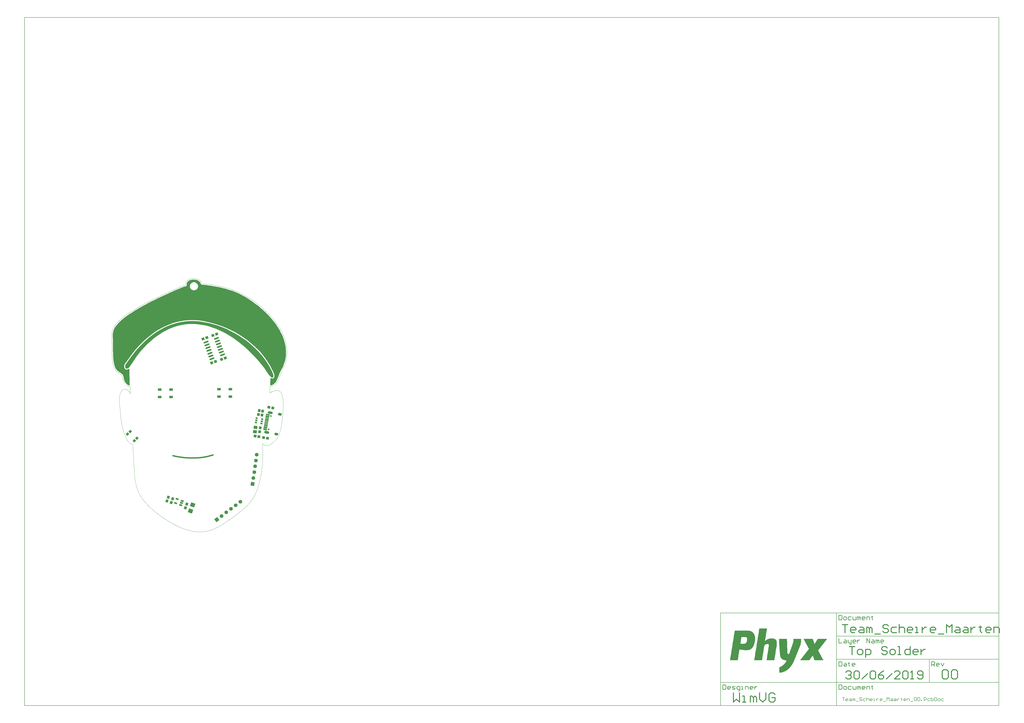
<source format=gts>
G04*
G04 #@! TF.GenerationSoftware,Altium Limited,Altium Designer,18.1.11 (251)*
G04*
G04 Layer_Color=8388736*
%FSLAX25Y25*%
%MOIN*%
G70*
G01*
G75*
%ADD10C,0.00394*%
%ADD12C,0.00984*%
%ADD13C,0.00787*%
%ADD15C,0.01575*%
%ADD31C,0.02362*%
G04:AMPARAMS|DCode=32|XSize=43.31mil|YSize=47.24mil|CornerRadius=0mil|HoleSize=0mil|Usage=FLASHONLY|Rotation=290.000|XOffset=0mil|YOffset=0mil|HoleType=Round|Shape=Rectangle|*
%AMROTATEDRECTD32*
4,1,4,-0.02960,0.01227,0.01479,0.02843,0.02960,-0.01227,-0.01479,-0.02843,-0.02960,0.01227,0.0*
%
%ADD32ROTATEDRECTD32*%

%ADD33R,0.06299X0.04331*%
%ADD34R,0.06299X0.04331*%
%ADD35R,0.06299X0.04331*%
%ADD36R,0.06299X0.04331*%
G04:AMPARAMS|DCode=37|XSize=39.37mil|YSize=43.31mil|CornerRadius=0mil|HoleSize=0mil|Usage=FLASHONLY|Rotation=315.000|XOffset=0mil|YOffset=0mil|HoleType=Round|Shape=Rectangle|*
%AMROTATEDRECTD37*
4,1,4,-0.02923,-0.00139,0.00139,0.02923,0.02923,0.00139,-0.00139,-0.02923,-0.02923,-0.00139,0.0*
%
%ADD37ROTATEDRECTD37*%

G04:AMPARAMS|DCode=38|XSize=43.31mil|YSize=47.24mil|CornerRadius=0mil|HoleSize=0mil|Usage=FLASHONLY|Rotation=170.000|XOffset=0mil|YOffset=0mil|HoleType=Round|Shape=Rectangle|*
%AMROTATEDRECTD38*
4,1,4,0.02543,0.01950,0.01722,-0.02702,-0.02543,-0.01950,-0.01722,0.02702,0.02543,0.01950,0.0*
%
%ADD38ROTATEDRECTD38*%

G04:AMPARAMS|DCode=39|XSize=27.56mil|YSize=90.55mil|CornerRadius=0mil|HoleSize=0mil|Usage=FLASHONLY|Rotation=110.000|XOffset=0mil|YOffset=0mil|HoleType=Round|Shape=Round|*
%AMOVALD39*
21,1,0.06299,0.02756,0.00000,0.00000,200.0*
1,1,0.02756,0.02960,0.01077*
1,1,0.02756,-0.02960,-0.01077*
%
%ADD39OVALD39*%

G04:AMPARAMS|DCode=40|XSize=25.59mil|YSize=35.43mil|CornerRadius=0mil|HoleSize=0mil|Usage=FLASHONLY|Rotation=260.000|XOffset=0mil|YOffset=0mil|HoleType=Round|Shape=Rectangle|*
%AMROTATEDRECTD40*
4,1,4,-0.01523,0.01568,0.01967,0.00952,0.01523,-0.01568,-0.01967,-0.00952,-0.01523,0.01568,0.0*
%
%ADD40ROTATEDRECTD40*%

G04:AMPARAMS|DCode=41|XSize=62.99mil|YSize=51.18mil|CornerRadius=0mil|HoleSize=0mil|Usage=FLASHONLY|Rotation=350.000|XOffset=0mil|YOffset=0mil|HoleType=Round|Shape=Rectangle|*
%AMROTATEDRECTD41*
4,1,4,-0.03546,-0.01973,-0.02657,0.03067,0.03546,0.01973,0.02657,-0.03067,-0.03546,-0.01973,0.0*
%
%ADD41ROTATEDRECTD41*%

G04:AMPARAMS|DCode=42|XSize=43.31mil|YSize=47.24mil|CornerRadius=0mil|HoleSize=0mil|Usage=FLASHONLY|Rotation=260.000|XOffset=0mil|YOffset=0mil|HoleType=Round|Shape=Rectangle|*
%AMROTATEDRECTD42*
4,1,4,-0.01950,0.02543,0.02702,0.01722,0.01950,-0.02543,-0.02702,-0.01722,-0.01950,0.02543,0.0*
%
%ADD42ROTATEDRECTD42*%

G04:AMPARAMS|DCode=43|XSize=43.31mil|YSize=47.24mil|CornerRadius=0mil|HoleSize=0mil|Usage=FLASHONLY|Rotation=160.000|XOffset=0mil|YOffset=0mil|HoleType=Round|Shape=Rectangle|*
%AMROTATEDRECTD43*
4,1,4,0.02843,0.01479,0.01227,-0.02960,-0.02843,-0.01479,-0.01227,0.02960,0.02843,0.01479,0.0*
%
%ADD43ROTATEDRECTD43*%

G04:AMPARAMS|DCode=44|XSize=74.8mil|YSize=66.93mil|CornerRadius=0mil|HoleSize=0mil|Usage=FLASHONLY|Rotation=160.000|XOffset=0mil|YOffset=0mil|HoleType=Round|Shape=Rectangle|*
%AMROTATEDRECTD44*
4,1,4,0.04659,0.01865,0.02370,-0.04424,-0.04659,-0.01865,-0.02370,0.04424,0.04659,0.01865,0.0*
%
%ADD44ROTATEDRECTD44*%

G04:AMPARAMS|DCode=45|XSize=27.56mil|YSize=49.21mil|CornerRadius=0mil|HoleSize=0mil|Usage=FLASHONLY|Rotation=250.000|XOffset=0mil|YOffset=0mil|HoleType=Round|Shape=Rectangle|*
%AMROTATEDRECTD45*
4,1,4,-0.01841,0.02136,0.02784,0.00453,0.01841,-0.02136,-0.02784,-0.00453,-0.01841,0.02136,0.0*
%
%ADD45ROTATEDRECTD45*%

G04:AMPARAMS|DCode=46|XSize=15.75mil|YSize=61.02mil|CornerRadius=0mil|HoleSize=0mil|Usage=FLASHONLY|Rotation=80.000|XOffset=0mil|YOffset=0mil|HoleType=Round|Shape=Rectangle|*
%AMROTATEDRECTD46*
4,1,4,0.02868,-0.01305,-0.03142,-0.00246,-0.02868,0.01305,0.03142,0.00246,0.02868,-0.01305,0.0*
%
%ADD46ROTATEDRECTD46*%

%ADD47C,0.06299*%
%ADD48P,0.08908X4X82.0*%
%ADD49P,0.08908X4X127.0*%
%ADD50C,0.02953*%
G04:AMPARAMS|DCode=51|XSize=43.31mil|YSize=66.93mil|CornerRadius=0mil|HoleSize=0mil|Usage=FLASHONLY|Rotation=80.000|XOffset=0mil|YOffset=0mil|HoleType=Round|Shape=Round|*
%AMOVALD51*
21,1,0.02362,0.04331,0.00000,0.00000,170.0*
1,1,0.04331,0.01163,-0.00205*
1,1,0.04331,-0.01163,0.00205*
%
%ADD51OVALD51*%

G04:AMPARAMS|DCode=52|XSize=43.31mil|YSize=86.61mil|CornerRadius=0mil|HoleSize=0mil|Usage=FLASHONLY|Rotation=80.000|XOffset=0mil|YOffset=0mil|HoleType=Round|Shape=Round|*
%AMOVALD52*
21,1,0.04331,0.04331,0.00000,0.00000,170.0*
1,1,0.04331,0.02133,-0.00376*
1,1,0.04331,-0.02133,0.00376*
%
%ADD52OVALD52*%

G36*
X-4242Y357992D02*
X2124Y357413D01*
X8243Y356482D01*
X8733Y356377D01*
X8733Y356377D01*
X9568Y356241D01*
X17294Y354611D01*
X24938Y352626D01*
X32480Y350290D01*
X39908Y347609D01*
X47203Y344587D01*
X54351Y341231D01*
X61337Y337549D01*
X68145Y333548D01*
X74760Y329238D01*
X81170Y324626D01*
X87360Y319723D01*
X93317Y314539D01*
X97605Y310445D01*
X97605Y310445D01*
Y310445D01*
X97982Y310118D01*
X102927Y304907D01*
X107617Y299416D01*
X112013Y293687D01*
X115795Y288183D01*
X115788Y288147D01*
X115788Y288147D01*
X116933Y286434D01*
X120452Y280468D01*
X122908Y275714D01*
X122911Y275716D01*
X122935Y275706D01*
X124229Y273254D01*
X124225Y273242D01*
X124225Y273242D01*
X124483Y272781D01*
X125041Y271571D01*
X125036Y271568D01*
X125035Y271568D01*
X125671Y270223D01*
X125846Y269755D01*
X125846Y269755D01*
X126375Y268478D01*
X126539Y267908D01*
X126539Y267908D01*
X126686Y267432D01*
X126996Y266138D01*
X127053Y265653D01*
X127110Y265068D01*
X127117Y264599D01*
X127115Y264580D01*
X127115Y264580D01*
X127054Y264100D01*
X127022Y263851D01*
X126848Y263389D01*
X126848D01*
X126609Y262985D01*
X126421Y262704D01*
X125658Y262194D01*
X125096Y262083D01*
X125096Y262083D01*
Y262083D01*
X124610Y262121D01*
X124271Y262165D01*
X123561Y262460D01*
X123220Y262721D01*
X122850Y263057D01*
X122850Y263057D01*
X122850Y263057D01*
X121942Y263832D01*
X121896Y264083D01*
X121725Y264346D01*
X121467Y264524D01*
X121467Y264524D01*
X121252Y264580D01*
X120922Y264945D01*
X119955Y266011D01*
X119534Y266579D01*
X119544Y266588D01*
X118061Y268469D01*
X118040Y268498D01*
X117783Y268884D01*
X117799Y268896D01*
X116791Y270266D01*
X116097Y271339D01*
X116097D01*
X116071Y271344D01*
X114490Y273740D01*
X113066Y275942D01*
X113065Y275943D01*
X113064Y275945D01*
X112145Y277352D01*
X111873Y277771D01*
Y277771D01*
X110943Y279082D01*
X110943Y279082D01*
X110873Y279170D01*
X110871Y279172D01*
X110635Y279469D01*
X108431Y282341D01*
X102082Y290004D01*
X95451Y297425D01*
X94606Y298301D01*
X94263Y298658D01*
X94242Y298673D01*
X94242Y298673D01*
X94237Y298676D01*
X93912Y299014D01*
X89271Y303841D01*
X82604Y310251D01*
X80839Y311820D01*
X80507Y312121D01*
X80501Y312130D01*
X80469Y312156D01*
X80469Y312156D01*
X75500Y316544D01*
X68704Y322063D01*
X65974Y324098D01*
X65596Y324427D01*
X65596Y324427D01*
X59533Y328789D01*
X52994Y333050D01*
X46264Y337004D01*
X43567Y338426D01*
X43564Y338428D01*
X43128Y338667D01*
X43063Y338705D01*
X43057Y338706D01*
X41318Y339650D01*
X34709Y342803D01*
X27943Y345605D01*
X27404Y345796D01*
X26936Y345962D01*
X26463Y346118D01*
X24431Y346894D01*
X18063Y348924D01*
X11592Y350593D01*
X10413Y350828D01*
X9949Y350920D01*
X9458Y351014D01*
X7014Y351538D01*
X819Y352481D01*
X-5422Y353048D01*
X-7146Y353100D01*
X-7645Y353121D01*
X-7676Y353127D01*
X-7702Y353122D01*
X-8140Y353129D01*
X-11280Y353224D01*
X-16616Y353063D01*
X-16616Y353063D01*
X-17265Y353041D01*
X-23261Y352451D01*
X-29205Y351469D01*
X-35073Y350101D01*
X-40838Y348352D01*
X-44130Y347114D01*
X-44187Y347102D01*
X-44199Y347133D01*
X-50114Y344683D01*
X-56052Y341791D01*
X-61020Y338989D01*
X-61014Y338978D01*
X-65542Y336204D01*
X-71177Y332331D01*
X-76458Y328278D01*
Y328278D01*
X-76461Y328250D01*
X-77466Y327466D01*
X-83215Y322507D01*
X-88714Y317271D01*
X-89996Y315925D01*
X-90329Y315584D01*
X-90339Y315578D01*
X-90345Y315568D01*
X-90365Y315538D01*
X-90685Y315203D01*
X-94153Y311572D01*
X-96527Y308843D01*
X-96658Y308756D01*
X-96694Y308713D01*
X-96694Y308713D01*
X-100001Y304796D01*
X-100857Y303658D01*
X-101156Y303261D01*
X-101458Y302862D01*
X-102989Y300900D01*
X-103019Y300861D01*
X-103277Y300496D01*
X-103258Y300482D01*
X-105254Y297708D01*
X-105297Y297667D01*
X-107270Y294840D01*
X-107272Y294836D01*
X-107275Y294832D01*
X-109214Y291982D01*
X-109215Y291980D01*
X-109217Y291977D01*
X-111137Y289110D01*
X-111137Y289109D01*
X-111138Y289108D01*
X-113053Y286230D01*
X-114979Y283346D01*
X-116652Y280874D01*
X-116932Y280462D01*
X-117026Y280395D01*
X-117178Y280162D01*
X-117903Y279278D01*
X-119124Y278276D01*
X-120129Y277739D01*
X-120133Y277740D01*
X-120133Y277740D01*
X-120133Y277740D01*
X-120787Y277469D01*
X-121268Y277352D01*
X-121801Y277282D01*
X-122289Y277288D01*
X-122289D01*
X-122752Y277381D01*
X-123105Y277495D01*
X-123720Y277905D01*
X-124139Y278532D01*
X-124304Y278949D01*
X-124307Y278963D01*
X-124307Y278963D01*
X-124469Y279436D01*
X-124547Y280023D01*
X-124596Y280512D01*
X-124596Y280512D01*
X-124647Y281164D01*
X-124570Y282152D01*
X-124520Y282630D01*
D01*
X-124441Y283123D01*
X-124106Y283930D01*
X-123914Y284295D01*
X-123657Y284723D01*
X-123657D01*
X-123657Y284723D01*
X-123397Y285149D01*
X-123128Y285551D01*
X-122845Y285961D01*
X-122533Y286400D01*
X-122234Y286798D01*
X-121896Y287239D01*
X-121896Y287239D01*
X-121896Y287239D01*
X-121902Y287287D01*
X-121284Y288079D01*
X-120676Y288853D01*
X-120645Y288914D01*
X-120433Y289191D01*
X-120115Y289562D01*
X-120115Y289562D01*
X-119825Y289964D01*
X-119631Y290203D01*
X-119631Y290203D01*
X-117803Y292938D01*
X-112504Y300166D01*
X-107085Y306918D01*
X-106819Y307234D01*
X-106807Y307242D01*
X-106763Y307300D01*
X-106763Y307300D01*
X-101494Y313355D01*
X-95749Y319372D01*
X-89732Y325117D01*
X-87847Y326757D01*
Y326757D01*
X-87847Y326760D01*
X-83765Y330281D01*
X-78004Y334777D01*
X-77591Y335059D01*
Y335059D01*
X-77591Y335059D01*
X-76844Y335632D01*
X-71058Y339609D01*
X-67204Y341971D01*
X-66776Y342228D01*
X-66349Y342479D01*
X-63191Y344342D01*
X-57414Y347327D01*
X-51478Y349983D01*
X-45403Y352302D01*
X-43614Y352872D01*
X-43615Y352876D01*
X-42118Y353393D01*
X-35959Y355109D01*
X-29709Y356451D01*
X-23389Y357413D01*
X-17022Y357992D01*
X-10632Y358185D01*
X-4242Y357992D01*
D02*
G37*
G36*
X-7783Y428587D02*
X-7772Y428589D01*
X-7761Y428586D01*
X-7277Y428573D01*
X-6313Y428493D01*
X-5355Y428362D01*
X-4405Y428180D01*
X-3936Y428064D01*
X-3932Y428064D01*
X-3929Y428062D01*
X-3495Y427956D01*
X-2644Y427688D01*
X-1811Y427364D01*
X-1002Y426986D01*
X-611Y426771D01*
X-569Y426757D01*
X-533Y426730D01*
X-196Y426563D01*
X439Y426161D01*
X1029Y425694D01*
X1566Y425167D01*
X2045Y424586D01*
X2460Y423959D01*
X2806Y423291D01*
X3081Y422591D01*
X3180Y422228D01*
X3264Y422060D01*
X3312Y421879D01*
X3438Y421713D01*
X3531Y421528D01*
X3672Y421405D01*
X3786Y421255D01*
X4077Y420998D01*
X4203Y420925D01*
X4308Y420822D01*
X4956Y420398D01*
X5136Y420325D01*
X5299Y420218D01*
X6017Y419926D01*
X6208Y419890D01*
X6388Y419816D01*
X7148Y419667D01*
X7295Y419668D01*
X7437Y419632D01*
X7824Y419614D01*
X7872Y419621D01*
X7920Y419611D01*
X9904Y419610D01*
X10480Y419553D01*
X11829Y419407D01*
X13176Y419249D01*
X14521Y419080D01*
X15193Y418990D01*
X15860Y418901D01*
X17194Y418714D01*
X18526Y418518D01*
X19857Y418313D01*
X20518Y418207D01*
X21812Y417997D01*
X24397Y417559D01*
X26978Y417101D01*
X29555Y416624D01*
X30842Y416375D01*
X30845Y416376D01*
X30847Y416374D01*
X31632Y416225D01*
X33197Y415916D01*
X34762Y415595D01*
X36322Y415264D01*
X37104Y415092D01*
X37862Y414925D01*
X39376Y414578D01*
X40887Y414220D01*
X42395Y413848D01*
X43148Y413657D01*
X43156Y413656D01*
X43165Y413652D01*
X46106Y412930D01*
X51918Y411227D01*
X57649Y409267D01*
X63288Y407057D01*
X68824Y404598D01*
X74245Y401897D01*
X79542Y398959D01*
X84703Y395790D01*
X87210Y394092D01*
X87214Y394091D01*
X87218Y394087D01*
X87984Y393574D01*
X89506Y392534D01*
X91020Y391480D01*
X92522Y390414D01*
X93270Y389874D01*
X93270Y389873D01*
X93271Y389873D01*
X94775Y388787D01*
X97740Y386559D01*
X100662Y384274D01*
X103539Y381933D01*
X104955Y380735D01*
X104955Y380735D01*
X104955Y380735D01*
X106374Y379536D01*
X109158Y377076D01*
X111888Y374556D01*
X114563Y371977D01*
X115872Y370659D01*
X115872Y370659D01*
X115872Y370659D01*
X117177Y369345D01*
X119721Y366655D01*
X122197Y363903D01*
X124604Y361090D01*
X125774Y359654D01*
X125775Y359653D01*
X125776Y359652D01*
X127522Y357514D01*
X130825Y353090D01*
X133933Y348526D01*
X136839Y343832D01*
X138189Y341424D01*
X139065Y339859D01*
X140686Y336654D01*
X142171Y333384D01*
X143519Y330056D01*
X144124Y328365D01*
X144124Y328365D01*
X144124Y328364D01*
X144714Y326715D01*
X145737Y323366D01*
X146603Y319972D01*
X147308Y316542D01*
X147579Y314812D01*
X147583Y314801D01*
X147583Y314789D01*
X147789Y313567D01*
X148099Y311107D01*
X148306Y308636D01*
X148409Y306159D01*
Y302925D01*
X148142Y298947D01*
X147608Y294996D01*
X146810Y291090D01*
X145752Y287245D01*
X144438Y283481D01*
X142875Y279813D01*
X141068Y276259D01*
X140048Y274545D01*
X140044Y274536D01*
X140038Y274529D01*
X139811Y274139D01*
X139804Y274120D01*
X139792Y274106D01*
X139352Y273318D01*
X139344Y273293D01*
X139328Y273273D01*
X138909Y272474D01*
X138901Y272449D01*
X138886Y272428D01*
X138487Y271619D01*
X138482Y271600D01*
X138470Y271585D01*
X138277Y271173D01*
X138275Y271163D01*
X138268Y271154D01*
X138080Y270743D01*
X138078Y270732D01*
X138071Y270723D01*
X137704Y269896D01*
X137701Y269881D01*
X137693Y269869D01*
X137338Y269037D01*
X137335Y269022D01*
X137326Y269009D01*
X136984Y268172D01*
X136982Y268161D01*
X136976Y268151D01*
X136809Y267730D01*
X136806Y267718D01*
X136800Y267707D01*
X135507Y264328D01*
X135506Y264320D01*
X135501Y264313D01*
X135347Y263900D01*
X135034Y263077D01*
X134716Y262256D01*
X134392Y261437D01*
X134228Y261029D01*
X134227Y261029D01*
X134227Y261028D01*
X134071Y260639D01*
X133743Y259866D01*
X133401Y259099D01*
X133046Y258339D01*
X132860Y257960D01*
X132860Y257960D01*
X132860Y257959D01*
X132686Y257603D01*
X132315Y256901D01*
X131923Y256211D01*
X131511Y255533D01*
X131294Y255201D01*
X131290Y255192D01*
X131284Y255185D01*
X130876Y254547D01*
X129939Y253356D01*
X128891Y252262D01*
X127741Y251276D01*
X127136Y250851D01*
X126426Y250377D01*
X124875Y249565D01*
X123247Y248922D01*
X122148Y248618D01*
X121752Y248923D01*
X121917Y261109D01*
X122367Y261328D01*
X122741Y261040D01*
X123847Y260582D01*
X124767Y260461D01*
X125034Y260426D01*
X125258Y260455D01*
X125334Y260477D01*
X125785Y260537D01*
X126741Y260933D01*
X127562Y261563D01*
X128192Y262385D01*
X128325Y262705D01*
X128364Y262763D01*
X128380Y262841D01*
X128596Y263364D01*
X128750Y264533D01*
X128750D01*
X128769Y264802D01*
X128747Y265027D01*
X128608Y266438D01*
X128596Y266436D01*
X128120Y268419D01*
X128120D01*
X128077Y268442D01*
X127911Y269015D01*
X127376Y270307D01*
X127361Y270384D01*
X127361Y270385D01*
X127387Y270396D01*
X126712Y271823D01*
X126538Y272203D01*
X126531Y272237D01*
X126507Y272274D01*
X126298Y272725D01*
X125932Y273520D01*
X125666Y273993D01*
X125660Y273990D01*
X125655Y273992D01*
X124355Y276455D01*
X124352Y276459D01*
X121874Y281255D01*
X118309Y287299D01*
X117426Y288620D01*
X117171Y289050D01*
X117171Y289050D01*
X113328Y294642D01*
X108880Y300439D01*
X104135Y305995D01*
X99121Y311278D01*
X99105Y311295D01*
X98763Y311620D01*
X98747Y311605D01*
X98732Y311615D01*
X94412Y315740D01*
X88398Y320973D01*
X82150Y325923D01*
X75679Y330578D01*
X69000Y334930D01*
X62127Y338969D01*
X55076Y342686D01*
X47860Y346074D01*
X40495Y349124D01*
X32997Y351831D01*
X25382Y354189D01*
X17667Y356193D01*
X9867Y357839D01*
X9520Y357895D01*
X9029Y357987D01*
X8737Y358050D01*
X8538Y358080D01*
X2320Y359027D01*
X-4144Y359614D01*
X-10632Y359810D01*
X-17120Y359614D01*
X-23585Y359027D01*
X-30002Y358050D01*
X-36349Y356688D01*
X-42601Y354945D01*
X-43658Y354580D01*
X-44124Y354419D01*
X-44182Y354401D01*
X-44182Y354401D01*
X-44184Y354399D01*
X-44600Y354263D01*
X-45940Y353836D01*
X-52100Y351484D01*
X-58119Y348791D01*
X-63978Y345764D01*
X-67183Y343874D01*
X-67512Y343684D01*
X-67512Y343684D01*
X-67613Y343626D01*
X-67613Y343626D01*
X-71944Y340972D01*
X-77800Y336947D01*
X-78159Y336671D01*
X-78562Y336376D01*
X-78912Y336130D01*
X-78966Y336087D01*
X-84796Y331538D01*
X-88925Y327976D01*
X-88925Y327976D01*
X-88965Y327946D01*
X-88965Y327946D01*
X-88974Y327933D01*
X-89301Y327646D01*
X-90827Y326319D01*
X-96898Y320521D01*
X-102695Y314450D01*
X-108009Y308344D01*
X-108012Y308346D01*
X-108139Y308201D01*
X-108331Y307961D01*
X-113793Y301156D01*
X-119135Y293870D01*
X-120699Y291529D01*
X-120998Y291132D01*
D01*
X-121288Y290732D01*
X-121433Y290557D01*
X-121964Y289865D01*
X-121964Y289865D01*
X-121964Y289864D01*
X-121958Y289820D01*
X-122547Y289072D01*
X-122548Y289070D01*
X-122549Y289069D01*
X-123192Y288244D01*
X-123229Y288172D01*
X-123847Y287366D01*
X-123843Y287362D01*
X-124477Y286468D01*
X-124472Y286464D01*
X-125069Y285571D01*
X-125069D01*
X-125312Y285133D01*
X-125495Y284834D01*
X-125564Y284667D01*
X-125775Y284221D01*
X-126033Y283370D01*
X-126110Y283117D01*
X-126144Y282865D01*
X-126144Y282865D01*
X-126277Y281164D01*
X-126258Y280915D01*
X-126228Y280486D01*
X-126232Y280464D01*
X-126224Y280421D01*
X-126223Y280419D01*
X-126222Y280414D01*
X-126175Y279929D01*
X-126119Y279367D01*
X-126002Y278981D01*
X-125876Y278497D01*
X-125876D01*
X-125510Y277612D01*
X-124860Y276765D01*
X-124276Y276318D01*
X-124013Y276116D01*
X-123863Y276054D01*
X-123796Y276024D01*
X-123746Y276014D01*
X-123141Y275764D01*
X-122908Y275733D01*
X-122413Y275666D01*
X-122413Y275666D01*
X-122353Y275656D01*
X-122346Y275657D01*
X-122032Y275616D01*
X-122021Y275614D01*
X-121925Y275627D01*
X-120923Y275759D01*
X-120922Y275752D01*
X-119900Y276063D01*
X-119712Y276119D01*
X-119697Y276128D01*
X-119482Y276242D01*
X-119474Y276244D01*
X-119438Y276267D01*
X-119438Y276267D01*
X-118217Y276919D01*
X-117682Y277358D01*
X-117229Y277147D01*
X-116950Y248943D01*
X-117446Y248552D01*
X-117604Y248592D01*
X-118234Y248795D01*
X-118540Y248916D01*
X-118840Y249036D01*
X-119427Y249313D01*
X-119996Y249626D01*
X-120544Y249974D01*
X-120806Y250164D01*
X-120808Y250165D01*
X-120809Y250166D01*
X-120942Y250262D01*
X-121203Y250461D01*
X-121458Y250668D01*
X-121708Y250882D01*
X-121830Y250992D01*
X-121955Y251105D01*
X-122198Y251336D01*
X-122435Y251573D01*
X-122667Y251816D01*
X-122780Y251941D01*
X-122780Y251941D01*
X-122780Y251941D01*
X-122896Y252068D01*
X-123121Y252328D01*
X-123340Y252593D01*
X-123554Y252862D01*
X-123658Y252999D01*
X-123658Y253000D01*
X-123658Y253000D01*
X-123765Y253140D01*
X-123971Y253425D01*
X-124172Y253714D01*
X-124368Y254007D01*
X-124461Y254152D01*
X-124655Y254457D01*
X-125023Y255080D01*
X-125371Y255716D01*
X-125696Y256362D01*
X-125848Y256690D01*
X-125884Y256770D01*
X-125956Y256938D01*
X-126023Y257108D01*
X-126086Y257281D01*
X-126114Y257367D01*
X-126115Y257368D01*
X-126115Y257368D01*
X-126148Y257470D01*
X-126211Y257672D01*
X-126271Y257877D01*
X-126326Y258081D01*
X-126352Y258185D01*
X-126352Y258185D01*
X-126352Y258186D01*
X-126381Y258300D01*
X-126435Y258530D01*
X-126487Y258761D01*
X-126536Y258991D01*
X-126559Y259107D01*
X-126560Y259107D01*
Y259108D01*
X-126585Y259232D01*
X-126633Y259481D01*
X-126680Y259730D01*
X-126725Y259980D01*
X-126747Y260102D01*
X-126930Y261153D01*
X-126933Y261160D01*
X-126932Y261167D01*
X-127121Y262205D01*
X-127125Y262216D01*
X-127125Y262227D01*
X-127149Y262352D01*
X-127152Y262359D01*
X-127152Y262367D01*
X-127202Y262618D01*
X-127206Y262627D01*
X-127206Y262637D01*
X-127259Y262888D01*
X-127263Y262897D01*
X-127263Y262907D01*
X-127318Y263157D01*
X-127321Y263164D01*
X-127321Y263172D01*
X-127351Y263299D01*
X-127353Y263305D01*
X-127354Y263312D01*
X-127381Y263429D01*
X-127386Y263441D01*
X-127387Y263454D01*
X-127446Y263688D01*
X-127453Y263704D01*
X-127454Y263721D01*
X-127516Y263955D01*
X-127524Y263970D01*
X-127525Y263987D01*
X-127591Y264220D01*
X-127597Y264231D01*
X-127599Y264244D01*
X-127635Y264365D01*
X-127638Y264371D01*
X-127638Y264377D01*
X-127702Y264586D01*
X-127724Y264628D01*
X-127731Y264674D01*
X-127878Y265086D01*
X-127910Y265140D01*
X-127923Y265201D01*
X-128095Y265603D01*
X-128130Y265655D01*
X-128147Y265716D01*
X-128343Y266106D01*
X-128372Y266143D01*
X-128387Y266188D01*
X-128494Y266379D01*
X-128528Y266418D01*
X-128546Y266466D01*
X-128620Y266583D01*
X-128645Y266609D01*
X-128659Y266642D01*
X-128815Y266871D01*
X-128849Y266905D01*
X-128870Y266948D01*
X-129036Y267169D01*
X-129072Y267201D01*
X-129094Y267243D01*
X-129271Y267456D01*
X-129299Y267479D01*
X-129317Y267510D01*
X-129411Y267616D01*
X-129427Y267628D01*
X-129437Y267644D01*
X-129539Y267755D01*
X-129559Y267769D01*
X-129571Y267789D01*
X-129781Y268005D01*
X-129808Y268024D01*
X-129826Y268050D01*
X-130042Y268260D01*
X-130069Y268277D01*
X-130088Y268303D01*
X-130311Y268506D01*
X-130332Y268519D01*
X-130347Y268538D01*
X-130463Y268638D01*
X-130474Y268644D01*
X-130481Y268654D01*
X-130606Y268759D01*
X-130619Y268767D01*
X-130629Y268779D01*
X-130882Y268986D01*
X-130899Y268995D01*
X-130913Y269011D01*
X-131169Y269213D01*
X-131187Y269222D01*
X-131201Y269238D01*
X-131461Y269435D01*
X-131475Y269441D01*
X-131485Y269453D01*
X-131619Y269550D01*
X-131625Y269553D01*
X-131630Y269559D01*
X-131771Y269660D01*
X-131779Y269664D01*
X-131784Y269670D01*
X-132068Y269871D01*
X-132078Y269876D01*
X-132086Y269884D01*
X-132371Y270082D01*
X-132381Y270086D01*
X-132389Y270094D01*
X-132677Y270289D01*
X-132685Y270292D01*
X-132691Y270298D01*
X-132836Y270395D01*
X-132845Y270399D01*
X-132852Y270405D01*
X-134063Y271196D01*
X-134064Y271196D01*
X-134065Y271196D01*
X-135294Y271997D01*
X-135435Y272090D01*
X-135726Y272286D01*
X-136014Y272484D01*
X-136300Y272685D01*
X-136442Y272787D01*
X-136442Y272787D01*
X-136442Y272787D01*
X-136576Y272883D01*
X-136840Y273079D01*
X-137101Y273280D01*
X-137359Y273486D01*
X-137486Y273591D01*
X-137496Y273596D01*
X-137504Y273605D01*
X-137727Y273785D01*
X-138151Y274173D01*
X-138550Y274585D01*
X-138922Y275022D01*
X-139090Y275244D01*
X-139182Y275369D01*
X-139375Y275642D01*
X-139564Y275919D01*
X-139748Y276199D01*
X-139838Y276340D01*
X-140016Y276622D01*
X-140358Y277202D01*
X-140681Y277791D01*
X-140986Y278390D01*
X-141129Y278694D01*
X-141130Y278695D01*
X-141130Y278696D01*
X-141203Y278850D01*
X-141344Y279159D01*
X-141481Y279470D01*
X-141613Y279783D01*
X-141677Y279940D01*
X-141677Y279940D01*
X-141677Y279940D01*
X-141742Y280099D01*
X-141867Y280417D01*
X-141989Y280739D01*
X-142107Y281060D01*
X-142163Y281222D01*
X-142164Y281222D01*
X-142164Y281222D01*
X-142221Y281385D01*
X-142332Y281712D01*
X-142440Y282042D01*
X-142544Y282371D01*
X-142645Y282705D01*
X-142743Y283039D01*
X-142838Y283376D01*
X-142929Y283711D01*
X-142973Y283880D01*
X-143017Y284050D01*
X-143103Y284390D01*
X-143186Y284733D01*
X-143267Y285075D01*
X-143305Y285247D01*
X-143382Y285591D01*
X-143528Y286285D01*
X-143664Y286980D01*
X-143790Y287677D01*
X-143848Y288027D01*
X-143849Y288029D01*
X-143849Y288031D01*
X-143931Y288519D01*
X-144085Y289498D01*
X-144225Y290478D01*
X-144354Y291460D01*
X-144412Y291953D01*
X-144470Y292448D01*
X-144577Y293438D01*
X-144674Y294429D01*
X-144760Y295421D01*
X-144836Y296418D01*
X-144905Y297417D01*
X-144965Y298420D01*
X-145018Y299422D01*
X-145040Y299922D01*
X-145040Y299922D01*
X-145062Y300426D01*
X-145101Y301435D01*
X-145134Y302446D01*
X-145160Y303453D01*
X-145171Y303954D01*
X-145224Y308030D01*
X-145227Y308534D01*
X-145231Y309552D01*
X-145233Y310571D01*
X-145234Y311592D01*
X-145233Y312104D01*
X-145234Y312105D01*
X-145233Y312106D01*
X-145233Y316196D01*
X-145235Y316202D01*
X-145233Y316208D01*
X-145258Y320292D01*
X-145259Y320298D01*
X-145258Y320304D01*
X-145271Y321317D01*
X-145272Y321326D01*
X-145271Y321335D01*
X-145313Y323361D01*
X-145315Y323373D01*
X-145313Y323384D01*
X-145379Y325410D01*
X-145382Y325421D01*
X-145380Y325433D01*
X-145469Y327458D01*
X-145471Y327467D01*
X-145470Y327475D01*
X-145524Y328487D01*
X-145525Y328491D01*
X-145524Y328495D01*
X-145541Y328800D01*
X-145573Y329411D01*
X-145602Y330026D01*
X-145629Y330635D01*
X-145641Y330944D01*
X-145641Y330944D01*
X-145641Y330944D01*
X-145652Y331228D01*
X-145669Y331796D01*
X-145682Y332365D01*
X-145691Y332933D01*
X-145693Y333217D01*
X-145693Y333217D01*
X-145693Y333217D01*
X-145694Y333482D01*
X-145692Y334011D01*
X-145683Y334542D01*
X-145667Y335072D01*
X-145656Y335338D01*
X-145646Y335588D01*
X-145618Y336086D01*
X-145581Y336584D01*
X-145537Y337081D01*
X-145511Y337330D01*
X-145512Y337336D01*
X-145510Y337342D01*
X-145440Y338053D01*
X-145205Y339464D01*
X-144878Y340856D01*
X-144460Y342223D01*
X-144207Y342889D01*
X-144118Y343119D01*
X-143928Y343583D01*
X-143726Y344044D01*
X-143513Y344499D01*
X-143404Y344721D01*
X-143152Y345224D01*
X-142603Y346218D01*
X-142014Y347189D01*
X-141387Y348135D01*
X-141054Y348594D01*
X-141052Y348599D01*
X-141048Y348603D01*
X-140713Y349072D01*
X-140024Y349996D01*
X-139316Y350905D01*
X-138591Y351801D01*
X-137843Y352686D01*
X-137077Y353562D01*
X-136295Y354425D01*
X-135498Y355273D01*
X-135092Y355691D01*
X-135092Y355691D01*
X-135092Y355691D01*
X-134681Y356113D01*
X-133847Y356944D01*
X-133001Y357763D01*
X-132142Y358569D01*
X-131707Y358966D01*
X-131706Y358966D01*
X-131706Y358966D01*
X-131266Y359366D01*
X-130375Y360157D01*
X-129475Y360934D01*
X-128564Y361701D01*
X-128103Y362078D01*
X-128103Y362078D01*
X-128103Y362078D01*
X-127639Y362459D01*
X-126702Y363210D01*
X-125757Y363951D01*
X-124804Y364682D01*
X-124324Y365042D01*
X-124324Y365042D01*
X-124324Y365042D01*
X-123841Y365404D01*
X-122869Y366120D01*
X-121891Y366827D01*
X-120906Y367525D01*
X-120411Y367869D01*
X-120411Y367869D01*
X-120411Y367869D01*
X-119915Y368215D01*
X-118918Y368898D01*
X-117917Y369574D01*
X-116911Y370244D01*
X-115902Y370905D01*
X-114892Y371560D01*
X-113879Y372209D01*
X-112862Y372853D01*
X-112355Y373171D01*
X-111351Y373797D01*
X-109335Y375040D01*
X-107315Y376271D01*
X-105288Y377493D01*
X-104274Y378097D01*
X-99419Y380952D01*
X-98209Y381650D01*
X-95766Y383036D01*
X-93313Y384404D01*
X-90851Y385754D01*
X-88376Y387088D01*
X-85893Y388405D01*
X-83400Y389708D01*
X-80900Y390994D01*
X-78391Y392265D01*
X-75874Y393523D01*
X-73348Y394768D01*
X-70818Y395999D01*
X-69551Y396606D01*
X-64458Y399021D01*
X-54200Y403724D01*
X-50990Y405181D01*
X-50986Y405183D01*
X-50983Y405184D01*
X-47751Y406666D01*
X-47751Y406666D01*
X-47751Y406666D01*
X-44504Y408156D01*
X-41252Y409633D01*
X-37987Y411087D01*
X-34716Y412500D01*
X-31429Y413861D01*
X-31028Y414023D01*
X-30207Y414350D01*
X-29386Y414672D01*
X-28562Y414990D01*
X-28149Y415147D01*
X-28148Y415148D01*
X-28147Y415148D01*
X-27337Y415457D01*
X-25708Y416053D01*
X-24071Y416627D01*
X-22414Y417183D01*
X-22408Y417187D01*
X-22400Y417188D01*
X-21542Y417484D01*
X-21247Y417655D01*
X-20944Y417812D01*
X-20910Y417852D01*
X-20865Y417878D01*
X-20734Y418050D01*
X-20667Y418101D01*
X-20591Y418229D01*
X-20438Y418410D01*
X-20407Y418467D01*
X-20400Y418490D01*
X-20391Y418501D01*
X-20368Y418590D01*
X-20355Y418629D01*
X-20269Y418775D01*
X-20248Y418837D01*
X-20218Y419046D01*
X-20151Y419247D01*
X-20139Y419344D01*
X-20147Y419472D01*
X-20122Y419597D01*
Y420289D01*
X-20135Y420351D01*
X-20126Y420414D01*
X-20149Y420782D01*
X-20108Y421517D01*
X-19980Y422242D01*
X-19768Y422947D01*
X-19625Y423275D01*
X-19485Y423586D01*
X-19125Y424197D01*
X-18703Y424767D01*
X-18222Y425289D01*
X-17955Y425523D01*
X-17648Y425792D01*
X-16993Y426279D01*
X-16303Y426713D01*
X-15580Y427092D01*
X-15211Y427250D01*
X-14339Y427615D01*
X-12512Y428155D01*
X-10636Y428493D01*
X-8735Y428625D01*
X-7783Y428587D01*
D02*
G37*
G36*
X1066746Y-182142D02*
X1066460D01*
Y-182428D01*
X1066174D01*
Y-182714D01*
Y-183001D01*
X1065887D01*
Y-183287D01*
X1065601D01*
Y-183573D01*
X1065315D01*
Y-183860D01*
Y-184146D01*
X1065028D01*
Y-184432D01*
X1064742D01*
Y-184719D01*
X1064456D01*
Y-185005D01*
X1064169D01*
Y-185291D01*
Y-185577D01*
X1063883D01*
Y-185864D01*
X1063597D01*
Y-186150D01*
X1063310D01*
Y-186436D01*
Y-186723D01*
X1063024D01*
Y-187009D01*
X1062738D01*
Y-187295D01*
X1062451D01*
Y-187582D01*
X1062165D01*
Y-187868D01*
Y-188154D01*
X1061879D01*
Y-188441D01*
X1061593D01*
Y-188727D01*
X1061306D01*
Y-189013D01*
Y-189299D01*
X1061020D01*
Y-189586D01*
X1060734D01*
Y-189872D01*
X1060447D01*
Y-190158D01*
Y-190445D01*
X1060161D01*
Y-190731D01*
X1059875D01*
Y-191017D01*
X1059588D01*
Y-191304D01*
X1059302D01*
Y-191590D01*
Y-191876D01*
X1059016D01*
Y-192163D01*
X1058729D01*
Y-192449D01*
X1058443D01*
Y-192735D01*
Y-193022D01*
X1058157D01*
Y-193308D01*
X1057870D01*
Y-193594D01*
X1057584D01*
Y-193880D01*
Y-194167D01*
X1057298D01*
Y-194453D01*
X1057012D01*
Y-194739D01*
X1056725D01*
Y-195026D01*
X1056439D01*
Y-195312D01*
Y-195598D01*
X1056153D01*
Y-195885D01*
X1055866D01*
Y-196171D01*
X1055580D01*
Y-196457D01*
Y-196744D01*
X1055294D01*
Y-197030D01*
X1055007D01*
Y-197316D01*
X1054721D01*
Y-197603D01*
Y-197889D01*
X1054435D01*
Y-198175D01*
X1054148D01*
Y-198461D01*
X1053862D01*
Y-198748D01*
X1053576D01*
Y-199034D01*
Y-199320D01*
X1053290D01*
Y-199607D01*
X1053003D01*
Y-199893D01*
X1052717D01*
Y-200179D01*
Y-200466D01*
X1052431D01*
Y-200752D01*
X1052144D01*
Y-201038D01*
X1051858D01*
Y-201325D01*
X1051572D01*
Y-201611D01*
Y-201897D01*
X1051858D01*
Y-202184D01*
Y-202470D01*
X1052144D01*
Y-202756D01*
Y-203043D01*
X1052431D01*
Y-203329D01*
X1052717D01*
Y-203615D01*
Y-203902D01*
X1053003D01*
Y-204188D01*
Y-204474D01*
X1053290D01*
Y-204760D01*
Y-205047D01*
X1053576D01*
Y-205333D01*
Y-205619D01*
X1053862D01*
Y-205906D01*
Y-206192D01*
X1054148D01*
Y-206478D01*
Y-206765D01*
X1054435D01*
Y-207051D01*
Y-207337D01*
X1054721D01*
Y-207624D01*
Y-207910D01*
X1055007D01*
Y-208196D01*
X1055294D01*
Y-208483D01*
Y-208769D01*
X1055580D01*
Y-209055D01*
Y-209341D01*
X1055866D01*
Y-209628D01*
Y-209914D01*
X1056153D01*
Y-210200D01*
Y-210487D01*
X1056439D01*
Y-210773D01*
Y-211059D01*
X1056725D01*
Y-211346D01*
Y-211632D01*
X1057012D01*
Y-211918D01*
Y-212205D01*
X1057298D01*
Y-212491D01*
X1057584D01*
Y-212777D01*
Y-213064D01*
X1057870D01*
Y-213350D01*
Y-213636D01*
X1058157D01*
Y-213922D01*
Y-214209D01*
X1058443D01*
Y-214495D01*
Y-214781D01*
X1058729D01*
Y-215068D01*
Y-215354D01*
X1059016D01*
Y-215640D01*
Y-215927D01*
X1059302D01*
Y-216213D01*
Y-216499D01*
X1059588D01*
Y-216786D01*
X1059875D01*
Y-217072D01*
Y-217358D01*
X1060161D01*
Y-217645D01*
Y-217931D01*
X1060447D01*
Y-218217D01*
X1045273D01*
Y-217931D01*
X1044986D01*
Y-217645D01*
Y-217358D01*
Y-217072D01*
X1044700D01*
Y-216786D01*
Y-216499D01*
Y-216213D01*
X1044414D01*
Y-215927D01*
Y-215640D01*
X1044127D01*
Y-215354D01*
Y-215068D01*
Y-214781D01*
X1043841D01*
Y-214495D01*
Y-214209D01*
Y-213922D01*
X1043555D01*
Y-213636D01*
Y-213350D01*
X1043268D01*
Y-213064D01*
Y-212777D01*
Y-212491D01*
X1042982D01*
Y-212205D01*
Y-211918D01*
Y-211632D01*
X1042696D01*
Y-211346D01*
Y-211059D01*
Y-210773D01*
X1042410D01*
Y-210487D01*
X1041837D01*
Y-210773D01*
Y-211059D01*
X1041551D01*
Y-211346D01*
X1041264D01*
Y-211632D01*
Y-211918D01*
X1040978D01*
Y-212205D01*
X1040692D01*
Y-212491D01*
Y-212777D01*
X1040405D01*
Y-213064D01*
X1040119D01*
Y-213350D01*
Y-213636D01*
X1039833D01*
Y-213922D01*
X1039546D01*
Y-214209D01*
X1039260D01*
Y-214495D01*
Y-214781D01*
X1038974D01*
Y-215068D01*
X1038688D01*
Y-215354D01*
Y-215640D01*
X1038401D01*
Y-215927D01*
X1038115D01*
Y-216213D01*
Y-216499D01*
X1037829D01*
Y-216786D01*
X1037542D01*
Y-217072D01*
Y-217358D01*
X1037256D01*
Y-217645D01*
X1036970D01*
Y-217931D01*
Y-218217D01*
X1020936D01*
Y-217931D01*
X1021222D01*
Y-217645D01*
X1021509D01*
Y-217358D01*
X1021795D01*
Y-217072D01*
X1022081D01*
Y-216786D01*
Y-216499D01*
X1022368D01*
Y-216213D01*
X1022654D01*
Y-215927D01*
X1022940D01*
Y-215640D01*
X1023227D01*
Y-215354D01*
Y-215068D01*
X1023513D01*
Y-214781D01*
X1023799D01*
Y-214495D01*
X1024086D01*
Y-214209D01*
Y-213922D01*
X1024372D01*
Y-213636D01*
X1024658D01*
Y-213350D01*
X1024944D01*
Y-213064D01*
X1025231D01*
Y-212777D01*
Y-212491D01*
X1025517D01*
Y-212205D01*
X1025803D01*
Y-211918D01*
X1026090D01*
Y-211632D01*
X1026376D01*
Y-211346D01*
Y-211059D01*
X1026662D01*
Y-210773D01*
X1026949D01*
Y-210487D01*
X1027235D01*
Y-210200D01*
Y-209914D01*
X1027521D01*
Y-209628D01*
X1027808D01*
Y-209341D01*
X1028094D01*
Y-209055D01*
X1028380D01*
Y-208769D01*
Y-208483D01*
X1028667D01*
Y-208196D01*
X1028953D01*
Y-207910D01*
X1029239D01*
Y-207624D01*
Y-207337D01*
X1029525D01*
Y-207051D01*
X1029812D01*
Y-206765D01*
X1030098D01*
Y-206478D01*
X1030385D01*
Y-206192D01*
Y-205906D01*
X1030671D01*
Y-205619D01*
X1030957D01*
Y-205333D01*
X1031243D01*
Y-205047D01*
Y-204760D01*
X1031530D01*
Y-204474D01*
X1031816D01*
Y-204188D01*
X1032102D01*
Y-203902D01*
X1032389D01*
Y-203615D01*
Y-203329D01*
X1032675D01*
Y-203043D01*
X1032961D01*
Y-202756D01*
X1033248D01*
Y-202470D01*
X1033534D01*
Y-202184D01*
Y-201897D01*
X1033820D01*
Y-201611D01*
X1034107D01*
Y-201325D01*
X1034393D01*
Y-201038D01*
Y-200752D01*
X1034679D01*
Y-200466D01*
X1034966D01*
Y-200179D01*
X1035252D01*
Y-199893D01*
X1035538D01*
Y-199607D01*
Y-199320D01*
X1035824D01*
Y-199034D01*
Y-198748D01*
Y-198461D01*
X1035538D01*
Y-198175D01*
X1035252D01*
Y-197889D01*
Y-197603D01*
X1034966D01*
Y-197316D01*
Y-197030D01*
X1034679D01*
Y-196744D01*
Y-196457D01*
X1034393D01*
Y-196171D01*
Y-195885D01*
X1034107D01*
Y-195598D01*
Y-195312D01*
X1033820D01*
Y-195026D01*
Y-194739D01*
X1033534D01*
Y-194453D01*
X1033248D01*
Y-194167D01*
Y-193880D01*
X1032961D01*
Y-193594D01*
Y-193308D01*
X1032675D01*
Y-193022D01*
Y-192735D01*
X1032389D01*
Y-192449D01*
Y-192163D01*
X1032102D01*
Y-191876D01*
Y-191590D01*
X1031816D01*
Y-191304D01*
Y-191017D01*
X1031530D01*
Y-190731D01*
X1031243D01*
Y-190445D01*
Y-190158D01*
X1030957D01*
Y-189872D01*
Y-189586D01*
X1030671D01*
Y-189299D01*
Y-189013D01*
X1030385D01*
Y-188727D01*
Y-188441D01*
X1030098D01*
Y-188154D01*
Y-187868D01*
X1029812D01*
Y-187582D01*
Y-187295D01*
X1029525D01*
Y-187009D01*
Y-186723D01*
X1029239D01*
Y-186436D01*
X1028953D01*
Y-186150D01*
Y-185864D01*
X1028667D01*
Y-185577D01*
Y-185291D01*
X1028380D01*
Y-185005D01*
Y-184719D01*
X1028094D01*
Y-184432D01*
Y-184146D01*
X1027808D01*
Y-183860D01*
Y-183573D01*
X1027521D01*
Y-183287D01*
Y-183001D01*
X1027235D01*
Y-182714D01*
X1026949D01*
Y-182428D01*
Y-182142D01*
X1026662D01*
Y-181855D01*
X1042410D01*
Y-182142D01*
X1042696D01*
Y-182428D01*
Y-182714D01*
Y-183001D01*
X1042982D01*
Y-183287D01*
Y-183573D01*
Y-183860D01*
X1043268D01*
Y-184146D01*
Y-184432D01*
Y-184719D01*
X1043555D01*
Y-185005D01*
Y-185291D01*
Y-185577D01*
X1043841D01*
Y-185864D01*
Y-186150D01*
Y-186436D01*
X1044127D01*
Y-186723D01*
Y-187009D01*
Y-187295D01*
X1044414D01*
Y-187582D01*
Y-187868D01*
Y-188154D01*
X1044700D01*
Y-188441D01*
Y-188727D01*
Y-189013D01*
X1044986D01*
Y-189299D01*
Y-189586D01*
Y-189872D01*
Y-190158D01*
X1045559D01*
Y-189872D01*
X1045845D01*
Y-189586D01*
X1046132D01*
Y-189299D01*
Y-189013D01*
X1046418D01*
Y-188727D01*
X1046704D01*
Y-188441D01*
Y-188154D01*
X1046991D01*
Y-187868D01*
X1047277D01*
Y-187582D01*
Y-187295D01*
X1047563D01*
Y-187009D01*
X1047850D01*
Y-186723D01*
Y-186436D01*
X1048136D01*
Y-186150D01*
X1048422D01*
Y-185864D01*
Y-185577D01*
X1048709D01*
Y-185291D01*
X1048995D01*
Y-185005D01*
Y-184719D01*
X1049281D01*
Y-184432D01*
X1049567D01*
Y-184146D01*
Y-183860D01*
X1049854D01*
Y-183573D01*
X1050140D01*
Y-183287D01*
Y-183001D01*
X1050426D01*
Y-182714D01*
X1050713D01*
Y-182428D01*
Y-182142D01*
X1050999D01*
Y-181855D01*
X1066746D01*
Y-182142D01*
D02*
G37*
G36*
X933611Y-168112D02*
X935329D01*
Y-168399D01*
X936188D01*
Y-168685D01*
X937047D01*
Y-168971D01*
X937905D01*
Y-169258D01*
X938478D01*
Y-169544D01*
X938764D01*
Y-169830D01*
X939337D01*
Y-170117D01*
X939623D01*
Y-170403D01*
X940196D01*
Y-170689D01*
X940482D01*
Y-170975D01*
X940769D01*
Y-171262D01*
X941055D01*
Y-171548D01*
X941341D01*
Y-171834D01*
X941628D01*
Y-172121D01*
X941914D01*
Y-172407D01*
Y-172693D01*
X942200D01*
Y-172980D01*
X942486D01*
Y-173266D01*
Y-173552D01*
X942773D01*
Y-173839D01*
X943059D01*
Y-174125D01*
Y-174411D01*
X943345D01*
Y-174698D01*
Y-174984D01*
Y-175270D01*
X943632D01*
Y-175557D01*
Y-175843D01*
Y-176129D01*
X943918D01*
Y-176415D01*
Y-176702D01*
Y-176988D01*
Y-177274D01*
X944204D01*
Y-177561D01*
Y-177847D01*
Y-178133D01*
Y-178420D01*
Y-178706D01*
X944491D01*
Y-178992D01*
Y-179279D01*
Y-179565D01*
Y-179851D01*
Y-180138D01*
Y-180424D01*
Y-180710D01*
Y-180997D01*
Y-181283D01*
Y-181569D01*
Y-181855D01*
Y-182142D01*
Y-182428D01*
Y-182714D01*
Y-183001D01*
Y-183287D01*
Y-183573D01*
Y-183860D01*
Y-184146D01*
Y-184432D01*
X944204D01*
Y-184719D01*
Y-185005D01*
Y-185291D01*
Y-185577D01*
Y-185864D01*
Y-186150D01*
Y-186436D01*
X943918D01*
Y-186723D01*
Y-187009D01*
Y-187295D01*
Y-187582D01*
Y-187868D01*
X943632D01*
Y-188154D01*
Y-188441D01*
Y-188727D01*
Y-189013D01*
Y-189299D01*
X943345D01*
Y-189586D01*
Y-189872D01*
Y-190158D01*
X943059D01*
Y-190445D01*
Y-190731D01*
Y-191017D01*
Y-191304D01*
X942773D01*
Y-191590D01*
Y-191876D01*
Y-192163D01*
X942486D01*
Y-192449D01*
Y-192735D01*
X942200D01*
Y-193022D01*
Y-193308D01*
Y-193594D01*
X941914D01*
Y-193880D01*
Y-194167D01*
X941628D01*
Y-194453D01*
Y-194739D01*
X941341D01*
Y-195026D01*
Y-195312D01*
X941055D01*
Y-195598D01*
X940769D01*
Y-195885D01*
Y-196171D01*
X940482D01*
Y-196457D01*
X940196D01*
Y-196744D01*
X939910D01*
Y-197030D01*
Y-197316D01*
X939623D01*
Y-197603D01*
X939337D01*
Y-197889D01*
X939051D01*
Y-198175D01*
X938764D01*
Y-198461D01*
X938478D01*
Y-198748D01*
X937905D01*
Y-199034D01*
X937619D01*
Y-199320D01*
X937047D01*
Y-199607D01*
X936760D01*
Y-199893D01*
X936188D01*
Y-200179D01*
X935329D01*
Y-200466D01*
X934470D01*
Y-200752D01*
X933611D01*
Y-201038D01*
X931893D01*
Y-201325D01*
X926739D01*
Y-201038D01*
X924162D01*
Y-200752D01*
X922158D01*
Y-200466D01*
X920727D01*
Y-200179D01*
X919295D01*
Y-199893D01*
X917863D01*
Y-200179D01*
Y-200466D01*
Y-200752D01*
Y-201038D01*
Y-201325D01*
Y-201611D01*
Y-201897D01*
X917577D01*
Y-202184D01*
Y-202470D01*
Y-202756D01*
Y-203043D01*
Y-203329D01*
Y-203615D01*
X917291D01*
Y-203902D01*
Y-204188D01*
Y-204474D01*
Y-204760D01*
Y-205047D01*
Y-205333D01*
X917005D01*
Y-205619D01*
Y-205906D01*
Y-206192D01*
Y-206478D01*
Y-206765D01*
Y-207051D01*
Y-207337D01*
X916718D01*
Y-207624D01*
Y-207910D01*
Y-208196D01*
Y-208483D01*
Y-208769D01*
Y-209055D01*
X916432D01*
Y-209341D01*
Y-209628D01*
Y-209914D01*
Y-210200D01*
Y-210487D01*
Y-210773D01*
X916146D01*
Y-211059D01*
Y-211346D01*
Y-211632D01*
Y-211918D01*
Y-212205D01*
Y-212491D01*
Y-212777D01*
X915859D01*
Y-213064D01*
Y-213350D01*
Y-213636D01*
Y-213922D01*
Y-214209D01*
Y-214495D01*
X915573D01*
Y-214781D01*
Y-215068D01*
Y-215354D01*
Y-215640D01*
Y-215927D01*
Y-216213D01*
X915287D01*
Y-216499D01*
Y-216786D01*
Y-217072D01*
Y-217358D01*
Y-217645D01*
Y-217931D01*
Y-218217D01*
X901830D01*
Y-217931D01*
X902116D01*
Y-217645D01*
Y-217358D01*
Y-217072D01*
Y-216786D01*
Y-216499D01*
X902403D01*
Y-216213D01*
Y-215927D01*
Y-215640D01*
Y-215354D01*
Y-215068D01*
Y-214781D01*
Y-214495D01*
X902689D01*
Y-214209D01*
Y-213922D01*
Y-213636D01*
Y-213350D01*
Y-213064D01*
Y-212777D01*
X902975D01*
Y-212491D01*
Y-212205D01*
Y-211918D01*
Y-211632D01*
Y-211346D01*
Y-211059D01*
X903262D01*
Y-210773D01*
Y-210487D01*
Y-210200D01*
Y-209914D01*
Y-209628D01*
Y-209341D01*
Y-209055D01*
X903548D01*
Y-208769D01*
Y-208483D01*
Y-208196D01*
Y-207910D01*
Y-207624D01*
Y-207337D01*
X903834D01*
Y-207051D01*
Y-206765D01*
Y-206478D01*
Y-206192D01*
Y-205906D01*
Y-205619D01*
X904121D01*
Y-205333D01*
Y-205047D01*
Y-204760D01*
Y-204474D01*
Y-204188D01*
Y-203902D01*
X904407D01*
Y-203615D01*
Y-203329D01*
Y-203043D01*
Y-202756D01*
Y-202470D01*
Y-202184D01*
Y-201897D01*
X904693D01*
Y-201611D01*
Y-201325D01*
Y-201038D01*
Y-200752D01*
Y-200466D01*
Y-200179D01*
X904979D01*
Y-199893D01*
Y-199607D01*
Y-199320D01*
Y-199034D01*
Y-198748D01*
Y-198461D01*
X905266D01*
Y-198175D01*
Y-197889D01*
Y-197603D01*
Y-197316D01*
Y-197030D01*
Y-196744D01*
X905552D01*
Y-196457D01*
Y-196171D01*
Y-195885D01*
Y-195598D01*
Y-195312D01*
Y-195026D01*
Y-194739D01*
X905838D01*
Y-194453D01*
Y-194167D01*
Y-193880D01*
Y-193594D01*
Y-193308D01*
Y-193022D01*
X906125D01*
Y-192735D01*
Y-192449D01*
Y-192163D01*
Y-191876D01*
Y-191590D01*
Y-191304D01*
X906411D01*
Y-191017D01*
Y-190731D01*
Y-190445D01*
Y-190158D01*
Y-189872D01*
Y-189586D01*
Y-189299D01*
X906697D01*
Y-189013D01*
Y-188727D01*
Y-188441D01*
Y-188154D01*
Y-187868D01*
Y-187582D01*
X906984D01*
Y-187295D01*
Y-187009D01*
Y-186723D01*
Y-186436D01*
Y-186150D01*
Y-185864D01*
X907270D01*
Y-185577D01*
Y-185291D01*
Y-185005D01*
Y-184719D01*
Y-184432D01*
Y-184146D01*
X907556D01*
Y-183860D01*
Y-183573D01*
Y-183287D01*
Y-183001D01*
Y-182714D01*
Y-182428D01*
Y-182142D01*
X907843D01*
Y-181855D01*
Y-181569D01*
Y-181283D01*
Y-180997D01*
Y-180710D01*
Y-180424D01*
X908129D01*
Y-180138D01*
Y-179851D01*
Y-179565D01*
Y-179279D01*
Y-178992D01*
Y-178706D01*
X908415D01*
Y-178420D01*
Y-178133D01*
Y-177847D01*
Y-177561D01*
Y-177274D01*
Y-176988D01*
Y-176702D01*
X908702D01*
Y-176415D01*
Y-176129D01*
Y-175843D01*
Y-175557D01*
Y-175270D01*
Y-174984D01*
X908988D01*
Y-174698D01*
Y-174411D01*
Y-174125D01*
Y-173839D01*
Y-173552D01*
Y-173266D01*
X909274D01*
Y-172980D01*
Y-172693D01*
Y-172407D01*
Y-172121D01*
Y-171834D01*
Y-171548D01*
Y-171262D01*
X909560D01*
Y-170975D01*
Y-170689D01*
Y-170403D01*
Y-170117D01*
Y-169830D01*
Y-169544D01*
X909847D01*
Y-169258D01*
Y-168971D01*
Y-168685D01*
Y-168399D01*
Y-168112D01*
Y-167826D01*
X933611D01*
Y-168112D01*
D02*
G37*
G36*
X1022654Y-182142D02*
Y-182428D01*
Y-182714D01*
Y-183001D01*
Y-183287D01*
Y-183573D01*
Y-183860D01*
Y-184146D01*
Y-184432D01*
Y-184719D01*
Y-185005D01*
Y-185291D01*
Y-185577D01*
Y-185864D01*
Y-186150D01*
Y-186436D01*
Y-186723D01*
Y-187009D01*
Y-187295D01*
Y-187582D01*
Y-187868D01*
X1022368D01*
Y-188154D01*
Y-188441D01*
Y-188727D01*
Y-189013D01*
Y-189299D01*
X1022081D01*
Y-189586D01*
Y-189872D01*
Y-190158D01*
Y-190445D01*
X1021795D01*
Y-190731D01*
Y-191017D01*
Y-191304D01*
Y-191590D01*
X1021509D01*
Y-191876D01*
Y-192163D01*
Y-192449D01*
X1021222D01*
Y-192735D01*
Y-193022D01*
Y-193308D01*
X1020936D01*
Y-193594D01*
Y-193880D01*
Y-194167D01*
X1020650D01*
Y-194453D01*
Y-194739D01*
Y-195026D01*
X1020364D01*
Y-195312D01*
Y-195598D01*
X1020077D01*
Y-195885D01*
Y-196171D01*
X1019791D01*
Y-196457D01*
Y-196744D01*
Y-197030D01*
X1019505D01*
Y-197316D01*
Y-197603D01*
X1019218D01*
Y-197889D01*
Y-198175D01*
Y-198461D01*
X1018932D01*
Y-198748D01*
Y-199034D01*
X1018646D01*
Y-199320D01*
Y-199607D01*
Y-199893D01*
X1018359D01*
Y-200179D01*
Y-200466D01*
X1018073D01*
Y-200752D01*
Y-201038D01*
Y-201325D01*
X1017787D01*
Y-201611D01*
Y-201897D01*
X1017500D01*
Y-202184D01*
Y-202470D01*
Y-202756D01*
X1017214D01*
Y-203043D01*
Y-203329D01*
X1016928D01*
Y-203615D01*
Y-203902D01*
Y-204188D01*
X1016642D01*
Y-204474D01*
Y-204760D01*
X1016355D01*
Y-205047D01*
Y-205333D01*
Y-205619D01*
X1016069D01*
Y-205906D01*
Y-206192D01*
X1015783D01*
Y-206478D01*
Y-206765D01*
Y-207051D01*
X1015496D01*
Y-207337D01*
Y-207624D01*
X1015210D01*
Y-207910D01*
Y-208196D01*
Y-208483D01*
X1014924D01*
Y-208769D01*
Y-209055D01*
X1014637D01*
Y-209341D01*
Y-209628D01*
Y-209914D01*
X1014351D01*
Y-210200D01*
Y-210487D01*
X1014065D01*
Y-210773D01*
Y-211059D01*
Y-211346D01*
X1013778D01*
Y-211632D01*
Y-211918D01*
X1013492D01*
Y-212205D01*
Y-212491D01*
Y-212777D01*
X1013206D01*
Y-213064D01*
Y-213350D01*
X1012919D01*
Y-213636D01*
Y-213922D01*
Y-214209D01*
X1012633D01*
Y-214495D01*
Y-214781D01*
X1012347D01*
Y-215068D01*
Y-215354D01*
Y-215640D01*
X1012060D01*
Y-215927D01*
Y-216213D01*
X1011774D01*
Y-216499D01*
Y-216786D01*
Y-217072D01*
X1011488D01*
Y-217358D01*
Y-217645D01*
X1011201D01*
Y-217931D01*
Y-218217D01*
Y-218503D01*
X1010915D01*
Y-218790D01*
Y-219076D01*
X1010629D01*
Y-219362D01*
Y-219649D01*
X1010343D01*
Y-219935D01*
Y-220221D01*
X1010056D01*
Y-220508D01*
Y-220794D01*
Y-221080D01*
X1009770D01*
Y-221367D01*
X1009484D01*
Y-221653D01*
Y-221939D01*
Y-222225D01*
X1009197D01*
Y-222512D01*
X1008911D01*
Y-222798D01*
Y-223084D01*
X1008625D01*
Y-223371D01*
Y-223657D01*
X1008338D01*
Y-223943D01*
Y-224230D01*
X1008052D01*
Y-224516D01*
Y-224802D01*
X1007766D01*
Y-225089D01*
X1007479D01*
Y-225375D01*
Y-225661D01*
X1007193D01*
Y-225948D01*
Y-226234D01*
X1006907D01*
Y-226520D01*
X1006621D01*
Y-226806D01*
X1006334D01*
Y-227093D01*
Y-227379D01*
X1006048D01*
Y-227665D01*
X1005762D01*
Y-227952D01*
Y-228238D01*
X1005475D01*
Y-228524D01*
X1005189D01*
Y-228811D01*
X1004903D01*
Y-229097D01*
Y-229383D01*
X1004616D01*
Y-229670D01*
X1004330D01*
Y-229956D01*
X1004044D01*
Y-230242D01*
X1003757D01*
Y-230529D01*
X1003471D01*
Y-230815D01*
Y-231101D01*
X1003185D01*
Y-231387D01*
X1002898D01*
Y-231674D01*
X1002612D01*
Y-231960D01*
X1002326D01*
Y-232246D01*
X1002040D01*
Y-232533D01*
X1001753D01*
Y-232819D01*
X1001467D01*
Y-233105D01*
X1000894D01*
Y-233392D01*
X1000608D01*
Y-233678D01*
X1000322D01*
Y-233964D01*
X1000035D01*
Y-234251D01*
X999749D01*
Y-234537D01*
X999176D01*
Y-234823D01*
X998890D01*
Y-235110D01*
X998317D01*
Y-235396D01*
X998031D01*
Y-235682D01*
X997458D01*
Y-235968D01*
X997172D01*
Y-236255D01*
X996600D01*
Y-236541D01*
X996027D01*
Y-236827D01*
X995454D01*
Y-237114D01*
X994882D01*
Y-237400D01*
X994309D01*
Y-237686D01*
X993450D01*
Y-237973D01*
X992877D01*
Y-238259D01*
X992019D01*
Y-238545D01*
X990873D01*
Y-238832D01*
X989728D01*
Y-239118D01*
X988010D01*
Y-239404D01*
X986006D01*
Y-239691D01*
X985720D01*
Y-239404D01*
Y-239118D01*
Y-238832D01*
Y-238545D01*
Y-238259D01*
Y-237973D01*
Y-237686D01*
Y-237400D01*
Y-237114D01*
Y-236827D01*
Y-236541D01*
Y-236255D01*
Y-235968D01*
Y-235682D01*
Y-235396D01*
Y-235110D01*
Y-234823D01*
Y-234537D01*
Y-234251D01*
Y-233964D01*
Y-233678D01*
Y-233392D01*
Y-233105D01*
Y-232819D01*
Y-232533D01*
Y-232246D01*
Y-231960D01*
Y-231674D01*
Y-231387D01*
Y-231101D01*
Y-230815D01*
Y-230529D01*
Y-230242D01*
X986292D01*
Y-229956D01*
X986865D01*
Y-229670D01*
X987438D01*
Y-229383D01*
X988010D01*
Y-229097D01*
X988583D01*
Y-228811D01*
X989155D01*
Y-228524D01*
X989442D01*
Y-228238D01*
X990014D01*
Y-227952D01*
X990301D01*
Y-227665D01*
X990873D01*
Y-227379D01*
X991160D01*
Y-227093D01*
X991446D01*
Y-226806D01*
X992019D01*
Y-226520D01*
X992305D01*
Y-226234D01*
X992591D01*
Y-225948D01*
X992877D01*
Y-225661D01*
X993164D01*
Y-225375D01*
X993450D01*
Y-225089D01*
X993736D01*
Y-224802D01*
X994023D01*
Y-224516D01*
X994309D01*
Y-224230D01*
X994595D01*
Y-223943D01*
X994882D01*
Y-223657D01*
X995168D01*
Y-223371D01*
Y-223084D01*
X995454D01*
Y-222798D01*
X995741D01*
Y-222512D01*
X996027D01*
Y-222225D01*
Y-221939D01*
X996313D01*
Y-221653D01*
X996600D01*
Y-221367D01*
Y-221080D01*
X996886D01*
Y-220794D01*
Y-220508D01*
X997172D01*
Y-220221D01*
X997458D01*
Y-219935D01*
Y-219649D01*
X997745D01*
Y-219362D01*
Y-219076D01*
X998031D01*
Y-218790D01*
Y-218503D01*
X996313D01*
Y-218217D01*
X994309D01*
Y-217931D01*
X993164D01*
Y-217645D01*
X992591D01*
Y-217358D01*
X991732D01*
Y-217072D01*
X991160D01*
Y-216786D01*
X990873D01*
Y-216499D01*
X990301D01*
Y-216213D01*
X990014D01*
Y-215927D01*
X989728D01*
Y-215640D01*
X989442D01*
Y-215354D01*
X989155D01*
Y-215068D01*
X988869D01*
Y-214781D01*
Y-214495D01*
X988583D01*
Y-214209D01*
X988297D01*
Y-213922D01*
Y-213636D01*
X988010D01*
Y-213350D01*
Y-213064D01*
X987724D01*
Y-212777D01*
Y-212491D01*
X987438D01*
Y-212205D01*
Y-211918D01*
Y-211632D01*
X987151D01*
Y-211346D01*
Y-211059D01*
Y-210773D01*
Y-210487D01*
X986865D01*
Y-210200D01*
Y-209914D01*
Y-209628D01*
Y-209341D01*
Y-209055D01*
Y-208769D01*
Y-208483D01*
X986579D01*
Y-208196D01*
Y-207910D01*
Y-207624D01*
Y-207337D01*
Y-207051D01*
Y-206765D01*
Y-206478D01*
Y-206192D01*
Y-205906D01*
Y-205619D01*
Y-205333D01*
Y-205047D01*
Y-204760D01*
Y-204474D01*
Y-204188D01*
X986292D01*
Y-203902D01*
Y-203615D01*
Y-203329D01*
Y-203043D01*
Y-202756D01*
Y-202470D01*
Y-202184D01*
Y-201897D01*
Y-201611D01*
Y-201325D01*
Y-201038D01*
Y-200752D01*
Y-200466D01*
Y-200179D01*
Y-199893D01*
X986006D01*
Y-199607D01*
Y-199320D01*
Y-199034D01*
Y-198748D01*
Y-198461D01*
Y-198175D01*
Y-197889D01*
Y-197603D01*
Y-197316D01*
Y-197030D01*
Y-196744D01*
Y-196457D01*
Y-196171D01*
Y-195885D01*
Y-195598D01*
Y-195312D01*
X985720D01*
Y-195026D01*
Y-194739D01*
Y-194453D01*
Y-194167D01*
Y-193880D01*
Y-193594D01*
Y-193308D01*
Y-193022D01*
Y-192735D01*
Y-192449D01*
Y-192163D01*
Y-191876D01*
Y-191590D01*
Y-191304D01*
Y-191017D01*
Y-190731D01*
X985433D01*
Y-190445D01*
Y-190158D01*
Y-189872D01*
Y-189586D01*
Y-189299D01*
Y-189013D01*
Y-188727D01*
Y-188441D01*
Y-188154D01*
Y-187868D01*
Y-187582D01*
Y-187295D01*
Y-187009D01*
Y-186723D01*
X985147D01*
Y-186436D01*
Y-186150D01*
Y-185864D01*
Y-185577D01*
Y-185291D01*
Y-185005D01*
Y-184719D01*
Y-184432D01*
Y-184146D01*
Y-183860D01*
Y-183573D01*
Y-183287D01*
Y-183001D01*
Y-182714D01*
Y-182428D01*
Y-182142D01*
X984861D01*
Y-181855D01*
X998604D01*
Y-182142D01*
Y-182428D01*
Y-182714D01*
Y-183001D01*
Y-183287D01*
Y-183573D01*
Y-183860D01*
Y-184146D01*
Y-184432D01*
Y-184719D01*
Y-185005D01*
Y-185291D01*
Y-185577D01*
Y-185864D01*
X998890D01*
Y-186150D01*
Y-186436D01*
Y-186723D01*
Y-187009D01*
Y-187295D01*
Y-187582D01*
Y-187868D01*
Y-188154D01*
Y-188441D01*
Y-188727D01*
Y-189013D01*
Y-189299D01*
Y-189586D01*
Y-189872D01*
Y-190158D01*
Y-190445D01*
Y-190731D01*
Y-191017D01*
Y-191304D01*
Y-191590D01*
Y-191876D01*
Y-192163D01*
Y-192449D01*
Y-192735D01*
Y-193022D01*
Y-193308D01*
Y-193594D01*
Y-193880D01*
Y-194167D01*
Y-194453D01*
Y-194739D01*
Y-195026D01*
Y-195312D01*
Y-195598D01*
Y-195885D01*
Y-196171D01*
Y-196457D01*
Y-196744D01*
Y-197030D01*
Y-197316D01*
Y-197603D01*
X999176D01*
Y-197889D01*
X998890D01*
Y-198175D01*
Y-198461D01*
X999176D01*
Y-198748D01*
Y-199034D01*
Y-199320D01*
Y-199607D01*
Y-199893D01*
Y-200179D01*
Y-200466D01*
Y-200752D01*
Y-201038D01*
Y-201325D01*
Y-201611D01*
Y-201897D01*
Y-202184D01*
Y-202470D01*
Y-202756D01*
Y-203043D01*
Y-203329D01*
Y-203615D01*
Y-203902D01*
Y-204188D01*
Y-204474D01*
Y-204760D01*
Y-205047D01*
Y-205333D01*
Y-205619D01*
Y-205906D01*
X999463D01*
Y-206192D01*
Y-206478D01*
Y-206765D01*
X999749D01*
Y-207051D01*
X1000035D01*
Y-207337D01*
X1000322D01*
Y-207624D01*
X1001181D01*
Y-207910D01*
X1002040D01*
Y-207624D01*
X1002326D01*
Y-207337D01*
Y-207051D01*
Y-206765D01*
X1002612D01*
Y-206478D01*
Y-206192D01*
X1002898D01*
Y-205906D01*
Y-205619D01*
Y-205333D01*
X1003185D01*
Y-205047D01*
Y-204760D01*
Y-204474D01*
X1003471D01*
Y-204188D01*
Y-203902D01*
Y-203615D01*
X1003757D01*
Y-203329D01*
Y-203043D01*
Y-202756D01*
X1004044D01*
Y-202470D01*
Y-202184D01*
X1004330D01*
Y-201897D01*
Y-201611D01*
Y-201325D01*
X1004616D01*
Y-201038D01*
Y-200752D01*
Y-200466D01*
X1004903D01*
Y-200179D01*
Y-199893D01*
Y-199607D01*
X1005189D01*
Y-199320D01*
Y-199034D01*
X1005475D01*
Y-198748D01*
Y-198461D01*
Y-198175D01*
X1005762D01*
Y-197889D01*
Y-197603D01*
Y-197316D01*
X1006048D01*
Y-197030D01*
Y-196744D01*
Y-196457D01*
X1006334D01*
Y-196171D01*
Y-195885D01*
X1006621D01*
Y-195598D01*
Y-195312D01*
Y-195026D01*
X1006907D01*
Y-194739D01*
Y-194453D01*
Y-194167D01*
X1007193D01*
Y-193880D01*
Y-193594D01*
Y-193308D01*
X1007479D01*
Y-193022D01*
Y-192735D01*
X1007766D01*
Y-192449D01*
Y-192163D01*
Y-191876D01*
X1008052D01*
Y-191590D01*
Y-191304D01*
Y-191017D01*
X1008338D01*
Y-190731D01*
Y-190445D01*
Y-190158D01*
X1008625D01*
Y-189872D01*
Y-189586D01*
Y-189299D01*
Y-189013D01*
X1008911D01*
Y-188727D01*
Y-188441D01*
Y-188154D01*
Y-187868D01*
X1009197D01*
Y-187582D01*
Y-187295D01*
Y-187009D01*
Y-186723D01*
Y-186436D01*
X1009484D01*
Y-186150D01*
Y-185864D01*
Y-185577D01*
Y-185291D01*
Y-185005D01*
Y-184719D01*
X1009770D01*
Y-184432D01*
Y-184146D01*
Y-183860D01*
Y-183573D01*
Y-183287D01*
Y-183001D01*
Y-182714D01*
Y-182428D01*
Y-182142D01*
Y-181855D01*
X1022654D01*
Y-182142D01*
D02*
G37*
G36*
X964819Y-164677D02*
Y-164963D01*
X964532D01*
Y-165249D01*
Y-165535D01*
Y-165822D01*
Y-166108D01*
Y-166394D01*
Y-166681D01*
X964246D01*
Y-166967D01*
Y-167253D01*
Y-167540D01*
Y-167826D01*
Y-168112D01*
Y-168399D01*
X963960D01*
Y-168685D01*
Y-168971D01*
Y-169258D01*
Y-169544D01*
Y-169830D01*
Y-170117D01*
Y-170403D01*
X963674D01*
Y-170689D01*
Y-170975D01*
Y-171262D01*
Y-171548D01*
Y-171834D01*
Y-172121D01*
X963387D01*
Y-172407D01*
Y-172693D01*
Y-172980D01*
Y-173266D01*
Y-173552D01*
Y-173839D01*
X963101D01*
Y-174125D01*
Y-174411D01*
Y-174698D01*
Y-174984D01*
Y-175270D01*
Y-175557D01*
Y-175843D01*
X962815D01*
Y-176129D01*
Y-176415D01*
Y-176702D01*
Y-176988D01*
Y-177274D01*
Y-177561D01*
X962528D01*
Y-177847D01*
Y-178133D01*
Y-178420D01*
Y-178706D01*
Y-178992D01*
Y-179279D01*
X962242D01*
Y-179565D01*
Y-179851D01*
Y-180138D01*
Y-180424D01*
Y-180710D01*
Y-180997D01*
X961956D01*
Y-181283D01*
Y-181569D01*
Y-181855D01*
Y-182142D01*
Y-182428D01*
Y-182714D01*
Y-183001D01*
X961669D01*
Y-183287D01*
Y-183573D01*
Y-183860D01*
Y-184146D01*
Y-184432D01*
Y-184719D01*
X961383D01*
Y-185005D01*
Y-185291D01*
X961956D01*
Y-185005D01*
X962242D01*
Y-184719D01*
X962528D01*
Y-184432D01*
X963101D01*
Y-184146D01*
X963387D01*
Y-183860D01*
X963674D01*
Y-183573D01*
X964246D01*
Y-183287D01*
X964819D01*
Y-183001D01*
X965105D01*
Y-182714D01*
X965678D01*
Y-182428D01*
X966537D01*
Y-182142D01*
X967109D01*
Y-181855D01*
X967968D01*
Y-181569D01*
X969400D01*
Y-181283D01*
X975699D01*
Y-181569D01*
X976844D01*
Y-181855D01*
X977703D01*
Y-182142D01*
X978275D01*
Y-182428D01*
X978562D01*
Y-182714D01*
X979134D01*
Y-183001D01*
X979421D01*
Y-183287D01*
X979707D01*
Y-183573D01*
X979993D01*
Y-183860D01*
X980280D01*
Y-184146D01*
Y-184432D01*
X980566D01*
Y-184719D01*
Y-185005D01*
X980852D01*
Y-185291D01*
Y-185577D01*
Y-185864D01*
X981139D01*
Y-186150D01*
Y-186436D01*
Y-186723D01*
Y-187009D01*
X981425D01*
Y-187295D01*
Y-187582D01*
Y-187868D01*
Y-188154D01*
Y-188441D01*
Y-188727D01*
Y-189013D01*
Y-189299D01*
Y-189586D01*
Y-189872D01*
Y-190158D01*
Y-190445D01*
Y-190731D01*
Y-191017D01*
Y-191304D01*
Y-191590D01*
Y-191876D01*
Y-192163D01*
X981139D01*
Y-192449D01*
Y-192735D01*
Y-193022D01*
Y-193308D01*
Y-193594D01*
Y-193880D01*
Y-194167D01*
X980852D01*
Y-194453D01*
Y-194739D01*
Y-195026D01*
Y-195312D01*
Y-195598D01*
Y-195885D01*
Y-196171D01*
X980566D01*
Y-196457D01*
Y-196744D01*
Y-197030D01*
Y-197316D01*
Y-197603D01*
Y-197889D01*
X980280D01*
Y-198175D01*
Y-198461D01*
Y-198748D01*
Y-199034D01*
Y-199320D01*
Y-199607D01*
X979993D01*
Y-199893D01*
Y-200179D01*
Y-200466D01*
Y-200752D01*
Y-201038D01*
Y-201325D01*
X979707D01*
Y-201611D01*
Y-201897D01*
Y-202184D01*
Y-202470D01*
Y-202756D01*
Y-203043D01*
Y-203329D01*
X979421D01*
Y-203615D01*
Y-203902D01*
Y-204188D01*
Y-204474D01*
Y-204760D01*
Y-205047D01*
X979134D01*
Y-205333D01*
Y-205619D01*
Y-205906D01*
Y-206192D01*
Y-206478D01*
Y-206765D01*
X978848D01*
Y-207051D01*
Y-207337D01*
Y-207624D01*
Y-207910D01*
Y-208196D01*
Y-208483D01*
Y-208769D01*
X978562D01*
Y-209055D01*
Y-209341D01*
Y-209628D01*
Y-209914D01*
Y-210200D01*
Y-210487D01*
X978275D01*
Y-210773D01*
Y-211059D01*
Y-211346D01*
Y-211632D01*
Y-211918D01*
Y-212205D01*
X977989D01*
Y-212491D01*
Y-212777D01*
Y-213064D01*
Y-213350D01*
Y-213636D01*
Y-213922D01*
X977703D01*
Y-214209D01*
Y-214495D01*
Y-214781D01*
Y-215068D01*
Y-215354D01*
Y-215640D01*
Y-215927D01*
X977417D01*
Y-216213D01*
Y-216499D01*
Y-216786D01*
Y-217072D01*
Y-217358D01*
Y-217645D01*
X977130D01*
Y-217931D01*
Y-218217D01*
X963960D01*
Y-217931D01*
Y-217645D01*
X964246D01*
Y-217358D01*
Y-217072D01*
Y-216786D01*
Y-216499D01*
Y-216213D01*
Y-215927D01*
X964532D01*
Y-215640D01*
Y-215354D01*
Y-215068D01*
Y-214781D01*
Y-214495D01*
Y-214209D01*
Y-213922D01*
X964819D01*
Y-213636D01*
Y-213350D01*
Y-213064D01*
Y-212777D01*
Y-212491D01*
Y-212205D01*
X965105D01*
Y-211918D01*
Y-211632D01*
Y-211346D01*
Y-211059D01*
Y-210773D01*
Y-210487D01*
X965392D01*
Y-210200D01*
Y-209914D01*
Y-209628D01*
Y-209341D01*
Y-209055D01*
Y-208769D01*
Y-208483D01*
X965678D01*
Y-208196D01*
Y-207910D01*
Y-207624D01*
Y-207337D01*
Y-207051D01*
Y-206765D01*
X965964D01*
Y-206478D01*
Y-206192D01*
Y-205906D01*
Y-205619D01*
Y-205333D01*
Y-205047D01*
Y-204760D01*
X966250D01*
Y-204474D01*
Y-204188D01*
Y-203902D01*
Y-203615D01*
Y-203329D01*
Y-203043D01*
X966537D01*
Y-202756D01*
Y-202470D01*
Y-202184D01*
Y-201897D01*
Y-201611D01*
Y-201325D01*
X966823D01*
Y-201038D01*
Y-200752D01*
Y-200466D01*
Y-200179D01*
Y-199893D01*
Y-199607D01*
X967109D01*
Y-199320D01*
Y-199034D01*
Y-198748D01*
Y-198461D01*
Y-198175D01*
Y-197889D01*
Y-197603D01*
X967396D01*
Y-197316D01*
Y-197030D01*
Y-196744D01*
Y-196457D01*
Y-196171D01*
Y-195885D01*
X967682D01*
Y-195598D01*
Y-195312D01*
Y-195026D01*
Y-194739D01*
Y-194453D01*
Y-194167D01*
Y-193880D01*
X967968D01*
Y-193594D01*
Y-193308D01*
Y-193022D01*
Y-192735D01*
Y-192449D01*
Y-192163D01*
X967682D01*
Y-191876D01*
Y-191590D01*
X967396D01*
Y-191304D01*
X967109D01*
Y-191017D01*
X966537D01*
Y-190731D01*
X964819D01*
Y-191017D01*
X963387D01*
Y-191304D01*
X962528D01*
Y-191590D01*
X961956D01*
Y-191876D01*
X961669D01*
Y-192163D01*
X961097D01*
Y-192449D01*
X960810D01*
Y-192735D01*
X960524D01*
Y-193022D01*
Y-193308D01*
X960238D01*
Y-193594D01*
Y-193880D01*
Y-194167D01*
X959951D01*
Y-194453D01*
Y-194739D01*
Y-195026D01*
Y-195312D01*
Y-195598D01*
Y-195885D01*
X959665D01*
Y-196171D01*
Y-196457D01*
Y-196744D01*
Y-197030D01*
Y-197316D01*
Y-197603D01*
Y-197889D01*
X959379D01*
Y-198175D01*
Y-198461D01*
Y-198748D01*
Y-199034D01*
Y-199320D01*
Y-199607D01*
X959093D01*
Y-199893D01*
Y-200179D01*
Y-200466D01*
Y-200752D01*
Y-201038D01*
Y-201325D01*
X958806D01*
Y-201611D01*
Y-201897D01*
Y-202184D01*
Y-202470D01*
Y-202756D01*
Y-203043D01*
X958520D01*
Y-203329D01*
Y-203615D01*
Y-203902D01*
Y-204188D01*
Y-204474D01*
Y-204760D01*
Y-205047D01*
X958234D01*
Y-205333D01*
Y-205619D01*
Y-205906D01*
Y-206192D01*
Y-206478D01*
Y-206765D01*
X957947D01*
Y-207051D01*
Y-207337D01*
Y-207624D01*
Y-207910D01*
Y-208196D01*
Y-208483D01*
X957661D01*
Y-208769D01*
Y-209055D01*
Y-209341D01*
Y-209628D01*
Y-209914D01*
Y-210200D01*
Y-210487D01*
X957375D01*
Y-210773D01*
Y-211059D01*
Y-211346D01*
Y-211632D01*
Y-211918D01*
Y-212205D01*
X957088D01*
Y-212491D01*
Y-212777D01*
Y-213064D01*
Y-213350D01*
Y-213636D01*
Y-213922D01*
X956802D01*
Y-214209D01*
Y-214495D01*
Y-214781D01*
Y-215068D01*
Y-215354D01*
Y-215640D01*
X956516D01*
Y-215927D01*
Y-216213D01*
Y-216499D01*
Y-216786D01*
Y-217072D01*
Y-217358D01*
Y-217645D01*
X956229D01*
Y-217931D01*
Y-218217D01*
X943059D01*
Y-217931D01*
Y-217645D01*
X943345D01*
Y-217358D01*
Y-217072D01*
Y-216786D01*
Y-216499D01*
Y-216213D01*
Y-215927D01*
Y-215640D01*
X943632D01*
Y-215354D01*
Y-215068D01*
Y-214781D01*
Y-214495D01*
Y-214209D01*
Y-213922D01*
X943918D01*
Y-213636D01*
Y-213350D01*
Y-213064D01*
Y-212777D01*
Y-212491D01*
Y-212205D01*
X944204D01*
Y-211918D01*
Y-211632D01*
Y-211346D01*
Y-211059D01*
Y-210773D01*
Y-210487D01*
Y-210200D01*
X944491D01*
Y-209914D01*
Y-209628D01*
Y-209341D01*
Y-209055D01*
Y-208769D01*
Y-208483D01*
X944777D01*
Y-208196D01*
Y-207910D01*
Y-207624D01*
Y-207337D01*
Y-207051D01*
Y-206765D01*
X945063D01*
Y-206478D01*
Y-206192D01*
Y-205906D01*
Y-205619D01*
Y-205333D01*
Y-205047D01*
X945350D01*
Y-204760D01*
Y-204474D01*
Y-204188D01*
Y-203902D01*
Y-203615D01*
Y-203329D01*
Y-203043D01*
X945636D01*
Y-202756D01*
Y-202470D01*
Y-202184D01*
Y-201897D01*
Y-201611D01*
Y-201325D01*
X945922D01*
Y-201038D01*
Y-200752D01*
Y-200466D01*
Y-200179D01*
Y-199893D01*
Y-199607D01*
X946208D01*
Y-199320D01*
Y-199034D01*
Y-198748D01*
Y-198461D01*
Y-198175D01*
Y-197889D01*
Y-197603D01*
X946495D01*
Y-197316D01*
Y-197030D01*
Y-196744D01*
Y-196457D01*
Y-196171D01*
Y-195885D01*
X946781D01*
Y-195598D01*
Y-195312D01*
Y-195026D01*
Y-194739D01*
Y-194453D01*
Y-194167D01*
X947067D01*
Y-193880D01*
Y-193594D01*
Y-193308D01*
Y-193022D01*
Y-192735D01*
Y-192449D01*
X947354D01*
Y-192163D01*
Y-191876D01*
Y-191590D01*
Y-191304D01*
Y-191017D01*
Y-190731D01*
Y-190445D01*
X947640D01*
Y-190158D01*
Y-189872D01*
Y-189586D01*
Y-189299D01*
Y-189013D01*
Y-188727D01*
X947926D01*
Y-188441D01*
Y-188154D01*
Y-187868D01*
Y-187582D01*
Y-187295D01*
Y-187009D01*
X948213D01*
Y-186723D01*
Y-186436D01*
Y-186150D01*
Y-185864D01*
Y-185577D01*
Y-185291D01*
X948499D01*
Y-185005D01*
Y-184719D01*
Y-184432D01*
Y-184146D01*
Y-183860D01*
Y-183573D01*
Y-183287D01*
X948785D01*
Y-183001D01*
Y-182714D01*
Y-182428D01*
Y-182142D01*
Y-181855D01*
Y-181569D01*
X949072D01*
Y-181283D01*
Y-180997D01*
Y-180710D01*
Y-180424D01*
Y-180138D01*
Y-179851D01*
X949358D01*
Y-179565D01*
Y-179279D01*
Y-178992D01*
Y-178706D01*
Y-178420D01*
Y-178133D01*
Y-177847D01*
X949644D01*
Y-177561D01*
Y-177274D01*
Y-176988D01*
Y-176702D01*
Y-176415D01*
Y-176129D01*
X949931D01*
Y-175843D01*
Y-175557D01*
Y-175270D01*
Y-174984D01*
Y-174698D01*
Y-174411D01*
X950217D01*
Y-174125D01*
Y-173839D01*
Y-173552D01*
Y-173266D01*
Y-172980D01*
Y-172693D01*
X950503D01*
Y-172407D01*
Y-172121D01*
Y-171834D01*
Y-171548D01*
Y-171262D01*
Y-170975D01*
Y-170689D01*
X950790D01*
Y-170403D01*
Y-170117D01*
Y-169830D01*
Y-169544D01*
Y-169258D01*
Y-168971D01*
X951076D01*
Y-168685D01*
Y-168399D01*
Y-168112D01*
Y-167826D01*
Y-167540D01*
Y-167253D01*
X951362D01*
Y-166967D01*
Y-166681D01*
Y-166394D01*
Y-166108D01*
Y-165822D01*
Y-165535D01*
Y-165249D01*
X951648D01*
Y-164963D01*
Y-164677D01*
Y-164390D01*
X964819D01*
Y-164677D01*
D02*
G37*
%LPC*%
G36*
X-7874Y424246D02*
X-9225Y424113D01*
X-10523Y423719D01*
X-11720Y423079D01*
X-12769Y422218D01*
X-13630Y421169D01*
X-14270Y419972D01*
X-14664Y418674D01*
X-14797Y417323D01*
X-14664Y415972D01*
X-14270Y414674D01*
X-13630Y413477D01*
X-12769Y412428D01*
X-11720Y411566D01*
X-10523Y410927D01*
X-9225Y410533D01*
X-7874Y410400D01*
X-6523Y410533D01*
X-5225Y410927D01*
X-4028Y411566D01*
X-2979Y412428D01*
X-2118Y413477D01*
X-1478Y414674D01*
X-1084Y415972D01*
X-951Y417323D01*
X-1084Y418674D01*
X-1478Y419972D01*
X-2118Y421169D01*
X-2979Y422218D01*
X-4028Y423079D01*
X-5225Y423719D01*
X-6523Y424113D01*
X-7874Y424246D01*
D02*
G37*
G36*
X929316Y-178992D02*
X921299D01*
Y-179279D01*
Y-179565D01*
Y-179851D01*
Y-180138D01*
Y-180424D01*
X921013D01*
Y-180710D01*
Y-180997D01*
Y-181283D01*
Y-181569D01*
Y-181855D01*
Y-182142D01*
X920727D01*
Y-182428D01*
Y-182714D01*
Y-183001D01*
Y-183287D01*
Y-183573D01*
Y-183860D01*
X920440D01*
Y-184146D01*
Y-184432D01*
Y-184719D01*
Y-185005D01*
Y-185291D01*
Y-185577D01*
X920154D01*
Y-185864D01*
Y-186150D01*
Y-186436D01*
Y-186723D01*
Y-187009D01*
Y-187295D01*
Y-187582D01*
X919868D01*
Y-187868D01*
Y-188154D01*
Y-188441D01*
Y-188727D01*
Y-189013D01*
Y-189299D01*
X919581D01*
Y-189586D01*
Y-189872D01*
Y-190158D01*
X926739D01*
Y-189872D01*
X927884D01*
Y-189586D01*
X928457D01*
Y-189299D01*
X928743D01*
Y-189013D01*
X929030D01*
Y-188727D01*
X929316D01*
Y-188441D01*
X929602D01*
Y-188154D01*
Y-187868D01*
X929889D01*
Y-187582D01*
Y-187295D01*
X930175D01*
Y-187009D01*
Y-186723D01*
X930461D01*
Y-186436D01*
Y-186150D01*
Y-185864D01*
Y-185577D01*
X930748D01*
Y-185291D01*
Y-185005D01*
Y-184719D01*
Y-184432D01*
Y-184146D01*
X931034D01*
Y-183860D01*
Y-183573D01*
Y-183287D01*
Y-183001D01*
Y-182714D01*
Y-182428D01*
Y-182142D01*
Y-181855D01*
Y-181569D01*
Y-181283D01*
Y-180997D01*
X930748D01*
Y-180710D01*
Y-180424D01*
X930461D01*
Y-180138D01*
Y-179851D01*
X930175D01*
Y-179565D01*
X929889D01*
Y-179279D01*
X929316D01*
Y-178992D01*
D02*
G37*
%LPD*%
D10*
X4938Y422655D02*
G03*
X7921Y421420I2983J2983D01*
G01*
X-22103Y419182D02*
G03*
X-21931Y419597I-415J415D01*
G01*
X120916Y246516D02*
G03*
X120793Y246217I299J-299D01*
G01*
X-115903Y234867D02*
G03*
X-115779Y235167I-299J299D01*
G01*
X4938Y422655D02*
G03*
X264Y428354I-8630J-2312D01*
G01*
X264Y428354D02*
G03*
X-3501Y429820I-7411J-13464D01*
G01*
D02*
G03*
X-7709Y430394I-4775J-19267D01*
G01*
D02*
G03*
X-15916Y428916I-768J-19255D01*
G01*
Y428916D02*
G03*
X-19146Y426885I4789J-11197D01*
G01*
X-19146Y426885D02*
G03*
X-21279Y424007I5567J-6357D01*
G01*
X-21279D02*
G03*
X-21931Y420296I7362J-3207D01*
G01*
X120916Y246516D02*
G03*
X128159Y249360I-2895J18017D01*
G01*
D02*
G03*
X132808Y254212I-9920J14159D01*
G01*
D02*
G03*
X134486Y257166I-23157J15102D01*
G01*
X134486D02*
G03*
X135905Y260353I-43285J21190D01*
G01*
D02*
G03*
X137196Y263681I-125866J50741D01*
G01*
X139915Y270405D02*
G03*
X138489Y267062I56119J-25901D01*
G01*
X141602Y273620D02*
G03*
X139915Y270405I30697J-18160D01*
G01*
X141602Y273620D02*
G03*
X149366Y315092I-52539J31299D01*
G01*
X149366D02*
G03*
X145827Y328974I-75451J-11845D01*
G01*
X145827Y328974D02*
G03*
X139767Y342309I-82811J-29587D01*
G01*
Y342309D02*
G03*
X127177Y360796I-112363J-62993D01*
G01*
X127177Y360796D02*
G03*
X117156Y371934I-117577J-95713D01*
G01*
D02*
G03*
X106123Y382116I-122641J-121804D01*
G01*
D02*
G03*
X94330Y391339I-125918J-148862D01*
G01*
X94330Y391339D02*
G03*
X88225Y395590I-123558J-170956D01*
G01*
D02*
G03*
X43594Y415409I-77680J-114764D01*
G01*
X43594Y415409D02*
G03*
X37493Y416858I-46996J-184318D01*
G01*
X37493Y416858D02*
G03*
X31185Y418151I-47890J-217564D01*
G01*
D02*
G03*
X20808Y419992I-67172J-348460D01*
G01*
X20808D02*
G03*
X15433Y420783I-33210J-207101D01*
G01*
D02*
G03*
X9985Y421420I-21683J-161898D01*
G01*
X-22103Y419182D02*
G03*
X-28792Y416838I39729J-124062D01*
G01*
D02*
G03*
X-32114Y415535I60441J-159018D01*
G01*
X-70331Y398238D02*
G03*
X-80463Y393243I226237J-471658D01*
G01*
Y393243D02*
G03*
X-90471Y388013I201132J-397094D01*
G01*
X-90471D02*
G03*
X-100330Y382514I183691J-340920D01*
G01*
X-105196Y379653D02*
G03*
X-113312Y374705I236951J-397826D01*
G01*
Y374705D02*
G03*
X-117398Y372088I123983J-198009D01*
G01*
Y372088D02*
G03*
X-121444Y369354I95944J-146385D01*
G01*
Y369354D02*
G03*
X-125409Y366489I79036J-113555D01*
G01*
X-125409D02*
G03*
X-129250Y363477I67645J-90220D01*
G01*
D02*
G03*
X-132924Y360303I59440J-72520D01*
G01*
Y360303D02*
G03*
X-136389Y356952I53303J-58572D01*
G01*
D02*
G03*
X-139601Y353408I48662J-47339D01*
G01*
X-139601D02*
G03*
X-142519Y349655I45225J-38180D01*
G01*
D02*
G03*
X-145023Y345526I24115J-17447D01*
G01*
X-145023Y345526D02*
G03*
X-145897Y343534I21074J-10428D01*
G01*
X-145897D02*
G03*
X-147310Y337519I21903J-8320D01*
G01*
X-147310Y337519D02*
G03*
X-147464Y335410I33018J-3466D01*
G01*
X-147464D02*
G03*
X-147501Y333205I46194J-1889D01*
G01*
X-147501Y333205D02*
G03*
X-147448Y330874I72707J491D01*
G01*
X-147448Y330874D02*
G03*
X-147330Y328392I138839J5369D01*
G01*
X-147067Y320280D02*
G03*
X-147330Y328392I-173867J-1575D01*
G01*
X-147042Y312106D02*
G03*
X-147033Y308012I624323J-603D01*
G01*
X-146979Y303922D02*
G03*
X-146847Y299842I172911J3564D01*
G01*
D02*
G03*
X-146601Y295779I125907J5569D01*
G01*
D02*
G03*
X-146208Y291739I98475J7547D01*
G01*
X-146208Y291739D02*
G03*
X-145632Y287729I80618J9525D01*
G01*
X-145632D02*
G03*
X-145070Y284850I52848J8831D01*
G01*
X-145070Y284850D02*
G03*
X-144723Y283423I41945J9442D01*
G01*
D02*
G03*
X-144325Y282012I36467J9527D01*
G01*
X-144325Y282012D02*
G03*
X-143870Y280621I31939J9686D01*
G01*
X-143870Y280621D02*
G03*
X-143352Y279257I28143J9900D01*
G01*
X-143352D02*
G03*
X-142766Y277924I24935J10168D01*
G01*
D02*
G03*
X-141365Y275372I21339J10047D01*
G01*
Y275372D02*
G03*
X-140540Y274163I17965J11384D01*
G01*
X-140540Y274163D02*
G03*
X-138638Y272197I8877J6681D01*
G01*
Y272196D02*
G03*
X-137496Y271317I13397J16219D01*
G01*
D02*
G03*
X-136286Y270484I21967J30626D01*
G01*
X-132689Y268092D02*
G03*
X-133838Y268889I-18856J-25958D01*
G01*
X-131649Y267273D02*
G03*
X-132689Y268092I-10781J-12612D01*
G01*
X-130762Y266413D02*
G03*
X-131649Y267273I-7195J-6537D01*
G01*
X-130073Y265497D02*
G03*
X-130762Y266413I-5213J-3202D01*
G01*
X-129367Y263847D02*
G03*
X-130073Y265497I-6985J-2012D01*
G01*
X-129113Y262893D02*
G03*
X-129367Y263847I-14317J-3307D01*
G01*
X-128901Y261884D02*
G03*
X-129113Y262893I-25401J-4823D01*
G01*
X-128529Y259791D02*
G03*
X-128333Y258752I43134J7583D01*
G01*
D02*
G03*
X-128107Y257747I21311J4273D01*
G01*
X-128107D02*
G03*
X-127831Y256799I12668J3164D01*
G01*
Y256799D02*
G03*
X-127489Y255931I7951J2631D01*
G01*
D02*
G03*
X-125987Y253181I21258J9830D01*
G01*
Y253181D02*
G03*
X-125100Y251908I16521J10563D01*
G01*
X-125100D02*
G03*
X-124120Y250726I13812J10455D01*
G01*
Y250726D02*
G03*
X-123043Y249651I11381J10321D01*
G01*
X-123043D02*
G03*
X-121868Y248699I9251J10232D01*
G01*
D02*
G03*
X-119209Y247236I7212J9952D01*
G01*
X-119209Y247236D02*
G03*
X-116123Y246468I4415J11162D01*
G01*
X125827Y238622D02*
G03*
X120793Y236056I12475J-30698D01*
G01*
X128424Y239504D02*
G03*
X125827Y238622I6596J-23675D01*
G01*
X130987Y240029D02*
G03*
X128424Y239504I2418J-18342D01*
G01*
X133452Y240128D02*
G03*
X130987Y240029I-694J-13429D01*
G01*
X135756Y239734D02*
G03*
X133452Y240128I-2812J-9513D01*
G01*
X137832Y238779D02*
G03*
X135756Y239734I-4386J-6802D01*
G01*
X139617Y237196D02*
G03*
X137832Y238779I-6180J-5169D01*
G01*
X141047Y234916D02*
G03*
X139617Y237196I-9225J-4194D01*
G01*
X142055Y231871D02*
G03*
X141047Y234916I-14774J-3207D01*
G01*
X143155Y225053D02*
G03*
X142055Y231871I-58500J-5938D01*
G01*
X143438Y221547D02*
G03*
X143155Y225053I-75922J-4358D01*
G01*
X143573Y218000D02*
G03*
X143438Y221547I-91411J-1697D01*
G01*
X143582Y214432D02*
G03*
X143573Y218000I-111523J1493D01*
G01*
X143488Y210860D02*
G03*
X143582Y214432I-139115J5431D01*
G01*
X143315Y207302D02*
G03*
X143488Y210860I-180521J10607D01*
G01*
X141881Y189653D02*
G03*
X142537Y196905I-362447J36400D01*
G01*
X141465Y185946D02*
G03*
X141881Y189653I-182671J22402D01*
G01*
X140957Y182222D02*
G03*
X141465Y185946I-136468J20519D01*
G01*
X140332Y178506D02*
G03*
X140957Y182222I-107189J19923D01*
G01*
X139567Y174825D02*
G03*
X140332Y178506I-86395J19876D01*
G01*
X138637Y171206D02*
G03*
X139567Y174825I-70599J20071D01*
G01*
X137518Y167675D02*
G03*
X138637Y171206I-58119J20369D01*
G01*
X136184Y164259D02*
G03*
X137518Y167675I-48048J20720D01*
G01*
X134613Y160983D02*
G03*
X136184Y164259I-39849J21136D01*
G01*
X132675Y157914D02*
G03*
X134613Y160983I-20164J14878D01*
G01*
X131543Y156470D02*
G03*
X132675Y157914I-22696J18955D01*
G01*
X130321Y155086D02*
G03*
X131543Y156470I-24242J22649D01*
G01*
X129021Y153763D02*
G03*
X130321Y155086I-25920J26751D01*
G01*
X127658Y152500D02*
G03*
X129021Y153763I-27709J31265D01*
G01*
X126245Y151297D02*
G03*
X127658Y152500I-29596J36189D01*
G01*
X124795Y150153D02*
G03*
X126245Y151296I-31574J41522D01*
G01*
X121837Y148043D02*
G03*
X124795Y150153I-33972J50751D01*
G01*
X118876Y146493D02*
G03*
X121837Y148043I-4674J12535D01*
G01*
X117562Y146151D02*
G03*
X118876Y146493I-1284J7625D01*
G01*
X113910Y146574D02*
G03*
X117562Y146151I2585J6351D01*
G01*
X112685Y147120D02*
G03*
X113910Y146574I5699J11140D01*
G01*
X111405Y147829D02*
G03*
X112685Y147120I11201J18708D01*
G01*
X110038Y148678D02*
G03*
X111405Y147829I25549J39599D01*
G01*
X108655Y118357D02*
G03*
X108553Y149644I-239327J14865D01*
G01*
X107039Y102648D02*
G03*
X108655Y118357I-200264J28536D01*
G01*
X104132Y87214D02*
G03*
X107039Y102648I-170507J40109D01*
G01*
X99798Y72297D02*
G03*
X104132Y87214I-141474J49189D01*
G01*
X91783Y55847D02*
G03*
X99798Y72297I-62049J40409D01*
G01*
X84891Y46991D02*
G03*
X91783Y55847I-52867J48253D01*
G01*
X80986Y42972D02*
G03*
X84891Y46991I-59740J61952D01*
G01*
X76777Y39126D02*
G03*
X80986Y42972I-69933J80751D01*
G01*
X72267Y35379D02*
G03*
X76777Y39126I-89617J112442D01*
G01*
X67458Y31655D02*
G03*
X72267Y35379I-129119J171747D01*
G01*
X47306Y16944D02*
G03*
X52389Y20573I-184156J263335D01*
G01*
X42127Y13446D02*
G03*
X47306Y16944I-104860J160840D01*
G01*
X36831Y10165D02*
G03*
X42127Y13446I-68489J116445D01*
G01*
X31398Y7186D02*
G03*
X36831Y10165I-46703J91612D01*
G01*
X25807Y4594D02*
G03*
X31398Y7186I-31807J75949D01*
G01*
X20036Y2475D02*
G03*
X25807Y4594I-20796J65564D01*
G01*
X14065Y915D02*
G03*
X20036Y2475I-12160J58751D01*
G01*
X7874Y0D02*
G03*
X14065Y916I-4929J54724D01*
G01*
X-9534Y742D02*
G03*
X7874Y0I11568J66842D01*
G01*
X-20721Y3464D02*
G03*
X-9534Y742I25310J79671D01*
G01*
X-26182Y5362D02*
G03*
X-20721Y3464I35629J93689D01*
G01*
X-31554Y7561D02*
G03*
X-26182Y5362I46316J105474D01*
G01*
X-36832Y10017D02*
G03*
X-31554Y7561I59246J120453D01*
G01*
X-42017Y12686D02*
G03*
X-36832Y10017I75318J139928D01*
G01*
X-47104Y15525D02*
G03*
X-42017Y12686I96123J166299D01*
G01*
X-63120Y25721D02*
G03*
X-47104Y15525I122836J175261D01*
G01*
X-73318Y33440D02*
G03*
X-63120Y25721I112595J138165D01*
G01*
X-82868Y41913D02*
G03*
X-73318Y33440I105372J109149D01*
G01*
X-91545Y51156D02*
G03*
X-82868Y41913I97916J83223D01*
G01*
X-95485Y56071D02*
G03*
X-91545Y51156I90701J68675D01*
G01*
X-103962Y72231D02*
G03*
X-95485Y56071I54262J18159D01*
G01*
X-105669Y77979D02*
G03*
X-103962Y72231I71691J18163D01*
G01*
X-106953Y83861D02*
G03*
X-105669Y77979I89583J16485D01*
G01*
X-107898Y89849D02*
G03*
X-106953Y83861I117631J15486D01*
G01*
X-108584Y95915D02*
G03*
X-107898Y89849I166548J15777D01*
G01*
X-109095Y102031D02*
G03*
X-108584Y95915I273515J19756D01*
G01*
X-111340Y142937D02*
G03*
X-109917Y114300I686176J19733D01*
G01*
X-111391Y144727D02*
G03*
X-111424Y145424I-25703J-864D01*
G01*
Y145424D02*
G03*
X-111475Y146020I-11232J-675D01*
G01*
Y146020D02*
G03*
X-111556Y146536I-6105J-692D01*
G01*
Y146536D02*
G03*
X-111677Y146996I-4050J-815D01*
G01*
D02*
G03*
X-112078Y147837I-3487J-1148D01*
G01*
Y147837D02*
G03*
X-112379Y148263I-4690J-2999D01*
G01*
Y148263D02*
G03*
X-112762Y148723I-7526J-5872D01*
G01*
D02*
G03*
X-113427Y149248I-2166J-2062D01*
G01*
Y149248D02*
G03*
X-113866Y149497I-4005J-6552D01*
G01*
X-113866D02*
G03*
X-114351Y149740I-6833J-13001D01*
G01*
X-115893Y150465D02*
G03*
X-115383Y150222I11607J23665D01*
G01*
X-116374Y150714D02*
G03*
X-115893Y150465I5945J10904D01*
G01*
X-116807Y150971D02*
G03*
X-116374Y150714I3692J5734D01*
G01*
X-117174Y151239D02*
G03*
X-116807Y150971I2415J2925D01*
G01*
X-118801Y152837D02*
G03*
X-117174Y151239I11385J9957D01*
G01*
X-119535Y153727D02*
G03*
X-118801Y152837I14782J11459D01*
G01*
X-120222Y154663D02*
G03*
X-119535Y153727I17995J12481D01*
G01*
X-120866Y155638D02*
G03*
X-120222Y154663I21970J13818D01*
G01*
X-121471Y156640D02*
G03*
X-120866Y155638I27018J15612D01*
G01*
X-122041Y157662D02*
G03*
X-121471Y156640I33727J18140D01*
G01*
X-122579Y158692D02*
G03*
X-122041Y157662I43347J21995D01*
G01*
X-123091Y159722D02*
G03*
X-122579Y158692I59053J28675D01*
G01*
X-126893Y169272D02*
G03*
X-123579Y160743I71857J23014D01*
G01*
X-128205Y173712D02*
G03*
X-126893Y169272I90130J24207D01*
G01*
X-129317Y178236D02*
G03*
X-128205Y173712I106287J23728D01*
G01*
X-130253Y182819D02*
G03*
X-129317Y178236I126392J23428D01*
G01*
X-131037Y187438D02*
G03*
X-130253Y182819I152236J23459D01*
G01*
X-131692Y192068D02*
G03*
X-131037Y187438I187237J24127D01*
G01*
X-132241Y196684D02*
G03*
X-131692Y192068I238721J26078D01*
G01*
X-134042Y215501D02*
G03*
X-133731Y212002I199613J15982D01*
G01*
X-134279Y219145D02*
G03*
X-134042Y215501I121450J6065D01*
G01*
X-134383Y222847D02*
G03*
X-134279Y219145I84860J544D01*
G01*
X-134298Y226523D02*
G03*
X-134383Y222847I61135J-3265D01*
G01*
X-133964Y230086D02*
G03*
X-134298Y226523I43716J-5895D01*
G01*
X-133323Y233453D02*
G03*
X-133964Y230086I30472J-7541D01*
G01*
X-132318Y236537D02*
G03*
X-133323Y233453I20527J-8394D01*
G01*
X-130891Y239252D02*
G03*
X-132318Y236537I13353J-8750D01*
G01*
X-127884Y241927D02*
G03*
X-130891Y239252I2981J-6379D01*
G01*
X-124431Y242322D02*
G03*
X-127884Y241927I-1068J-5954D01*
G01*
X-122678Y241822D02*
G03*
X-124431Y242322I-3121J-7618D01*
G01*
X-120983Y240941D02*
G03*
X-122678Y241822I-5651J-8802D01*
G01*
X-119401Y239742D02*
G03*
X-120983Y240941I-8355J-9377D01*
G01*
X-115903Y234867D02*
G03*
X-119401Y239742I-12433J-5230D01*
G01*
X-116059Y237345D02*
G03*
X-115779Y236232I7387J1264D01*
G01*
X-116210Y238593D02*
G03*
X-116059Y237345I12433J878D01*
G01*
X-116262Y239931D02*
G03*
X-116210Y238593I20340J117D01*
G01*
X-116242Y241316D02*
G03*
X-116262Y239931I33820J-1171D01*
G01*
X-116180Y242706D02*
G03*
X-116242Y241316I65697J-3650D01*
G01*
X-116103Y244056D02*
G03*
X-116040Y245325I-69766J4094D01*
G01*
D02*
G03*
X-116020Y246468I-24131J1003D01*
G01*
X7921Y421420D02*
X9985D01*
X-21931Y419597D02*
Y420296D01*
X120793Y236056D02*
Y246217D01*
X-115779Y235167D02*
Y236232D01*
X137196Y263681D02*
X138489Y267062D01*
X-35423Y414165D02*
X-32114Y415535D01*
X-38716Y412742D02*
X-35423Y414165D01*
X-41994Y411282D02*
X-38716Y412742D01*
X-45257Y409800D02*
X-41994Y411282D01*
X-48505Y408310D02*
X-45257Y409800D01*
X-51736Y406828D02*
X-48505Y408310D01*
X-54953Y405369D02*
X-51736Y406828D01*
X-65225Y400659D02*
X-54953Y405369D01*
X-70331Y398238D02*
X-65225Y400659D01*
X-105196Y379653D02*
X-100330Y382514D01*
X-147067Y320280D02*
X-147042Y316197D01*
X-147042Y312106D02*
X-147042Y316197D01*
X-147033Y308012D02*
X-146979Y303922D01*
X-136286Y270484D02*
X-135052Y269681D01*
X-133838Y268889D01*
X-128901Y261884D02*
X-128712Y260843D01*
X-128529Y259791D01*
X143083Y203779D02*
X143315Y207302D01*
X142816Y200307D02*
X143083Y203779D01*
X142537Y196905D02*
X142816Y200307D01*
X108553Y149644D02*
X110038Y148678D01*
X62351Y27881D02*
X67458Y31655D01*
X52389Y20573D02*
X62351Y27881D01*
X-109512Y108168D02*
X-109095Y102031D01*
X-109917Y114300D02*
X-109512Y108168D01*
X-111391Y144727D02*
X-111340Y142937D01*
X-114863Y149981D02*
X-114351Y149740D01*
X-115383Y150222D02*
X-114863Y149981D01*
X-123579Y160743D02*
X-123091Y159722D01*
X-132709Y201262D02*
X-132241Y196684D01*
X-133118Y205777D02*
X-132709Y201262D01*
X-133731Y212002D02*
X-133118Y205777D01*
X-116180Y242706D02*
X-116103Y244056D01*
D12*
X1244094Y-228346D02*
Y-220475D01*
X1248030D01*
X1249342Y-221786D01*
Y-224410D01*
X1248030Y-225722D01*
X1244094D01*
X1246718D02*
X1249342Y-228346D01*
X1255901D02*
X1253277D01*
X1251966Y-227034D01*
Y-224410D01*
X1253277Y-223098D01*
X1255901D01*
X1257213Y-224410D01*
Y-225722D01*
X1251966D01*
X1259837Y-223098D02*
X1262461Y-228346D01*
X1265085Y-223098D01*
X889763Y-259844D02*
Y-267716D01*
X893699D01*
X895011Y-266404D01*
Y-261157D01*
X893699Y-259844D01*
X889763D01*
X901571Y-267716D02*
X898947D01*
X897635Y-266404D01*
Y-263780D01*
X898947Y-262468D01*
X901571D01*
X902882Y-263780D01*
Y-265092D01*
X897635D01*
X905506Y-267716D02*
X909442D01*
X910754Y-266404D01*
X909442Y-265092D01*
X906818D01*
X905506Y-263780D01*
X906818Y-262468D01*
X910754D01*
X916002Y-270340D02*
X917314D01*
X918626Y-269028D01*
Y-262468D01*
X914690D01*
X913378Y-263780D01*
Y-266404D01*
X914690Y-267716D01*
X918626D01*
X921249D02*
X923873D01*
X922561D01*
Y-262468D01*
X921249D01*
X927809Y-267716D02*
Y-262468D01*
X931745D01*
X933057Y-263780D01*
Y-267716D01*
X939616D02*
X936992D01*
X935680Y-266404D01*
Y-263780D01*
X936992Y-262468D01*
X939616D01*
X940928Y-263780D01*
Y-265092D01*
X935680D01*
X943552Y-262468D02*
Y-267716D01*
Y-265092D01*
X944864Y-263780D01*
X946176Y-262468D01*
X947488D01*
X1086614Y-141734D02*
Y-149606D01*
X1090549D01*
X1091861Y-148294D01*
Y-143046D01*
X1090549Y-141734D01*
X1086614D01*
X1095797Y-149606D02*
X1098421D01*
X1099733Y-148294D01*
Y-145670D01*
X1098421Y-144358D01*
X1095797D01*
X1094485Y-145670D01*
Y-148294D01*
X1095797Y-149606D01*
X1107604Y-144358D02*
X1103669D01*
X1102357Y-145670D01*
Y-148294D01*
X1103669Y-149606D01*
X1107604D01*
X1110228Y-144358D02*
Y-148294D01*
X1111540Y-149606D01*
X1115476D01*
Y-144358D01*
X1118100Y-149606D02*
Y-144358D01*
X1119412D01*
X1120724Y-145670D01*
Y-149606D01*
Y-145670D01*
X1122036Y-144358D01*
X1123347Y-145670D01*
Y-149606D01*
X1129907D02*
X1127283D01*
X1125971Y-148294D01*
Y-145670D01*
X1127283Y-144358D01*
X1129907D01*
X1131219Y-145670D01*
Y-146982D01*
X1125971D01*
X1133843Y-149606D02*
Y-144358D01*
X1137778D01*
X1139090Y-145670D01*
Y-149606D01*
X1143026Y-143046D02*
Y-144358D01*
X1141714D01*
X1144338D01*
X1143026D01*
Y-148294D01*
X1144338Y-149606D01*
X1086614Y-181104D02*
Y-188976D01*
X1091861D01*
X1095797Y-183728D02*
X1098421D01*
X1099733Y-185040D01*
Y-188976D01*
X1095797D01*
X1094485Y-187664D01*
X1095797Y-186352D01*
X1099733D01*
X1102357Y-183728D02*
Y-187664D01*
X1103669Y-188976D01*
X1107604D01*
Y-190288D01*
X1106293Y-191600D01*
X1104981D01*
X1107604Y-188976D02*
Y-183728D01*
X1114164Y-188976D02*
X1111540D01*
X1110228Y-187664D01*
Y-185040D01*
X1111540Y-183728D01*
X1114164D01*
X1115476Y-185040D01*
Y-186352D01*
X1110228D01*
X1118100Y-183728D02*
Y-188976D01*
Y-186352D01*
X1119412Y-185040D01*
X1120724Y-183728D01*
X1122036D01*
X1133843Y-188976D02*
Y-181104D01*
X1139090Y-188976D01*
Y-181104D01*
X1143026Y-183728D02*
X1145650D01*
X1146962Y-185040D01*
Y-188976D01*
X1143026D01*
X1141714Y-187664D01*
X1143026Y-186352D01*
X1146962D01*
X1149586Y-188976D02*
Y-183728D01*
X1150898D01*
X1152209Y-185040D01*
Y-188976D01*
Y-185040D01*
X1153521Y-183728D01*
X1154833Y-185040D01*
Y-188976D01*
X1161393D02*
X1158769D01*
X1157457Y-187664D01*
Y-185040D01*
X1158769Y-183728D01*
X1161393D01*
X1162705Y-185040D01*
Y-186352D01*
X1157457D01*
X1086614Y-220475D02*
Y-228346D01*
X1090549D01*
X1091861Y-227034D01*
Y-221786D01*
X1090549Y-220475D01*
X1086614D01*
X1095797Y-223098D02*
X1098421D01*
X1099733Y-224410D01*
Y-228346D01*
X1095797D01*
X1094485Y-227034D01*
X1095797Y-225722D01*
X1099733D01*
X1103669Y-221786D02*
Y-223098D01*
X1102357D01*
X1104981D01*
X1103669D01*
Y-227034D01*
X1104981Y-228346D01*
X1112852D02*
X1110228D01*
X1108916Y-227034D01*
Y-224410D01*
X1110228Y-223098D01*
X1112852D01*
X1114164Y-224410D01*
Y-225722D01*
X1108916D01*
X1086614Y-259844D02*
Y-267716D01*
X1090549D01*
X1091861Y-266404D01*
Y-261157D01*
X1090549Y-259844D01*
X1086614D01*
X1095797Y-267716D02*
X1098421D01*
X1099733Y-266404D01*
Y-263780D01*
X1098421Y-262468D01*
X1095797D01*
X1094485Y-263780D01*
Y-266404D01*
X1095797Y-267716D01*
X1107604Y-262468D02*
X1103669D01*
X1102357Y-263780D01*
Y-266404D01*
X1103669Y-267716D01*
X1107604D01*
X1110228Y-262468D02*
Y-266404D01*
X1111540Y-267716D01*
X1115476D01*
Y-262468D01*
X1118100Y-267716D02*
Y-262468D01*
X1119412D01*
X1120724Y-263780D01*
Y-267716D01*
Y-263780D01*
X1122036Y-262468D01*
X1123347Y-263780D01*
Y-267716D01*
X1129907D02*
X1127283D01*
X1125971Y-266404D01*
Y-263780D01*
X1127283Y-262468D01*
X1129907D01*
X1131219Y-263780D01*
Y-265092D01*
X1125971D01*
X1133843Y-267716D02*
Y-262468D01*
X1137778D01*
X1139090Y-263780D01*
Y-267716D01*
X1143026Y-261157D02*
Y-262468D01*
X1141714D01*
X1144338D01*
X1143026D01*
Y-266404D01*
X1144338Y-267716D01*
D13*
X1240157Y-255905D02*
Y-216535D01*
X1082677Y-177165D02*
X1358267D01*
X1082677Y-216535D02*
X1358267D01*
X885826Y-255905D02*
X1358267D01*
X885826Y-137795D02*
X1358267D01*
X885826Y-295275D02*
Y-137795D01*
X1082677Y-295275D02*
Y-137795D01*
X-295276Y874016D02*
X1358267D01*
Y-295275D02*
Y874016D01*
X-295276Y-295275D02*
Y874016D01*
Y-295275D02*
X1358267D01*
X1092519Y-281498D02*
X1096455D01*
X1094487D01*
Y-287401D01*
X1101375D02*
X1099407D01*
X1098423Y-286417D01*
Y-284449D01*
X1099407Y-283465D01*
X1101375D01*
X1102359Y-284449D01*
Y-285433D01*
X1098423D01*
X1105310Y-283465D02*
X1107278D01*
X1108262Y-284449D01*
Y-287401D01*
X1105310D01*
X1104327Y-286417D01*
X1105310Y-285433D01*
X1108262D01*
X1110230Y-287401D02*
Y-283465D01*
X1111214D01*
X1112198Y-284449D01*
Y-287401D01*
Y-284449D01*
X1113182Y-283465D01*
X1114166Y-284449D01*
Y-287401D01*
X1116134Y-288385D02*
X1120069D01*
X1125973Y-282481D02*
X1124989Y-281498D01*
X1123021D01*
X1122037Y-282481D01*
Y-283465D01*
X1123021Y-284449D01*
X1124989D01*
X1125973Y-285433D01*
Y-286417D01*
X1124989Y-287401D01*
X1123021D01*
X1122037Y-286417D01*
X1131877Y-283465D02*
X1128925D01*
X1127941Y-284449D01*
Y-286417D01*
X1128925Y-287401D01*
X1131877D01*
X1133844Y-281498D02*
Y-287401D01*
Y-284449D01*
X1134828Y-283465D01*
X1136796D01*
X1137780Y-284449D01*
Y-287401D01*
X1142700D02*
X1140732D01*
X1139748Y-286417D01*
Y-284449D01*
X1140732Y-283465D01*
X1142700D01*
X1143684Y-284449D01*
Y-285433D01*
X1139748D01*
X1145652Y-287401D02*
X1147620D01*
X1146636D01*
Y-283465D01*
X1145652D01*
X1150571D02*
Y-287401D01*
Y-285433D01*
X1151555Y-284449D01*
X1152539Y-283465D01*
X1153523D01*
X1159427Y-287401D02*
X1157459D01*
X1156475Y-286417D01*
Y-284449D01*
X1157459Y-283465D01*
X1159427D01*
X1160411Y-284449D01*
Y-285433D01*
X1156475D01*
X1162379Y-288385D02*
X1166314D01*
X1168282Y-287401D02*
Y-281498D01*
X1170250Y-283465D01*
X1172218Y-281498D01*
Y-287401D01*
X1175170Y-283465D02*
X1177138D01*
X1178121Y-284449D01*
Y-287401D01*
X1175170D01*
X1174186Y-286417D01*
X1175170Y-285433D01*
X1178121D01*
X1181073Y-283465D02*
X1183041D01*
X1184025Y-284449D01*
Y-287401D01*
X1181073D01*
X1180089Y-286417D01*
X1181073Y-285433D01*
X1184025D01*
X1185993Y-283465D02*
Y-287401D01*
Y-285433D01*
X1186977Y-284449D01*
X1187961Y-283465D01*
X1188945D01*
X1192881Y-282481D02*
Y-283465D01*
X1191897D01*
X1193865D01*
X1192881D01*
Y-286417D01*
X1193865Y-287401D01*
X1199768D02*
X1197800D01*
X1196816Y-286417D01*
Y-284449D01*
X1197800Y-283465D01*
X1199768D01*
X1200752Y-284449D01*
Y-285433D01*
X1196816D01*
X1202720Y-287401D02*
Y-283465D01*
X1205672D01*
X1206656Y-284449D01*
Y-287401D01*
X1208624Y-288385D02*
X1212559D01*
X1214527Y-282481D02*
X1215511Y-281498D01*
X1217479D01*
X1218463Y-282481D01*
Y-286417D01*
X1217479Y-287401D01*
X1215511D01*
X1214527Y-286417D01*
Y-282481D01*
X1220431D02*
X1221415Y-281498D01*
X1223382D01*
X1224366Y-282481D01*
Y-286417D01*
X1223382Y-287401D01*
X1221415D01*
X1220431Y-286417D01*
Y-282481D01*
X1226334Y-287401D02*
Y-286417D01*
X1227318D01*
Y-287401D01*
X1226334D01*
X1231254D02*
Y-281498D01*
X1234206D01*
X1235190Y-282481D01*
Y-284449D01*
X1234206Y-285433D01*
X1231254D01*
X1241093Y-283465D02*
X1238142D01*
X1237158Y-284449D01*
Y-286417D01*
X1238142Y-287401D01*
X1241093D01*
X1243061Y-281498D02*
Y-287401D01*
X1246013D01*
X1246997Y-286417D01*
Y-285433D01*
Y-284449D01*
X1246013Y-283465D01*
X1243061D01*
X1248965Y-281498D02*
Y-287401D01*
X1251917D01*
X1252900Y-286417D01*
Y-282481D01*
X1251917Y-281498D01*
X1248965D01*
X1255852Y-287401D02*
X1257820D01*
X1258804Y-286417D01*
Y-284449D01*
X1257820Y-283465D01*
X1255852D01*
X1254868Y-284449D01*
Y-286417D01*
X1255852Y-287401D01*
X1264708Y-283465D02*
X1261756D01*
X1260772Y-284449D01*
Y-286417D01*
X1261756Y-287401D01*
X1264708D01*
D15*
X1104330Y-194886D02*
X1113514D01*
X1108922D01*
Y-208661D01*
X1120401D02*
X1124993D01*
X1127289Y-206365D01*
Y-201773D01*
X1124993Y-199478D01*
X1120401D01*
X1118105Y-201773D01*
Y-206365D01*
X1120401Y-208661D01*
X1131880Y-213253D02*
Y-199478D01*
X1138768D01*
X1141064Y-201773D01*
Y-206365D01*
X1138768Y-208661D01*
X1131880D01*
X1168614Y-197182D02*
X1166318Y-194886D01*
X1161726D01*
X1159431Y-197182D01*
Y-199478D01*
X1161726Y-201773D01*
X1166318D01*
X1168614Y-204069D01*
Y-206365D01*
X1166318Y-208661D01*
X1161726D01*
X1159431Y-206365D01*
X1175502Y-208661D02*
X1180093D01*
X1182389Y-206365D01*
Y-201773D01*
X1180093Y-199478D01*
X1175502D01*
X1173206Y-201773D01*
Y-206365D01*
X1175502Y-208661D01*
X1186981D02*
X1191572D01*
X1189277D01*
Y-194886D01*
X1186981D01*
X1207643D02*
Y-208661D01*
X1200756D01*
X1198460Y-206365D01*
Y-201773D01*
X1200756Y-199478D01*
X1207643D01*
X1219123Y-208661D02*
X1214531D01*
X1212235Y-206365D01*
Y-201773D01*
X1214531Y-199478D01*
X1219123D01*
X1221418Y-201773D01*
Y-204069D01*
X1212235D01*
X1226010Y-199478D02*
Y-208661D01*
Y-204069D01*
X1228306Y-201773D01*
X1230602Y-199478D01*
X1232898D01*
X907480Y-273627D02*
Y-289370D01*
X912728Y-284122D01*
X917975Y-289370D01*
Y-273627D01*
X923223Y-289370D02*
X928471D01*
X925847D01*
Y-278874D01*
X923223D01*
X936342Y-289370D02*
Y-278874D01*
X938966D01*
X941590Y-281498D01*
Y-289370D01*
Y-281498D01*
X944213Y-278874D01*
X946837Y-281498D01*
Y-289370D01*
X952085Y-273627D02*
Y-284122D01*
X957333Y-289370D01*
X962580Y-284122D01*
Y-273627D01*
X978323Y-276251D02*
X975699Y-273627D01*
X970452D01*
X967828Y-276251D01*
Y-286746D01*
X970452Y-289370D01*
X975699D01*
X978323Y-286746D01*
Y-281498D01*
X973075D01*
X1261811Y-236880D02*
X1264435Y-234257D01*
X1269682D01*
X1272306Y-236880D01*
Y-247376D01*
X1269682Y-249999D01*
X1264435D01*
X1261811Y-247376D01*
Y-236880D01*
X1277554D02*
X1280177Y-234257D01*
X1285425D01*
X1288049Y-236880D01*
Y-247376D01*
X1285425Y-249999D01*
X1280177D01*
X1277554Y-247376D01*
Y-236880D01*
X1098425Y-238520D02*
X1100721Y-236224D01*
X1105312D01*
X1107608Y-238520D01*
Y-240816D01*
X1105312Y-243112D01*
X1103016D01*
X1105312D01*
X1107608Y-245408D01*
Y-247704D01*
X1105312Y-249999D01*
X1100721D01*
X1098425Y-247704D01*
X1112200Y-238520D02*
X1114496Y-236224D01*
X1119087D01*
X1121383Y-238520D01*
Y-247704D01*
X1119087Y-249999D01*
X1114496D01*
X1112200Y-247704D01*
Y-238520D01*
X1125975Y-249999D02*
X1135158Y-240816D01*
X1139750Y-238520D02*
X1142046Y-236224D01*
X1146638D01*
X1148933Y-238520D01*
Y-247704D01*
X1146638Y-249999D01*
X1142046D01*
X1139750Y-247704D01*
Y-238520D01*
X1162708Y-236224D02*
X1158117Y-238520D01*
X1153525Y-243112D01*
Y-247704D01*
X1155821Y-249999D01*
X1160413D01*
X1162708Y-247704D01*
Y-245408D01*
X1160413Y-243112D01*
X1153525D01*
X1167300Y-249999D02*
X1176484Y-240816D01*
X1190259Y-249999D02*
X1181075D01*
X1190259Y-240816D01*
Y-238520D01*
X1187963Y-236224D01*
X1183371D01*
X1181075Y-238520D01*
X1194850D02*
X1197146Y-236224D01*
X1201738D01*
X1204034Y-238520D01*
Y-247704D01*
X1201738Y-249999D01*
X1197146D01*
X1194850Y-247704D01*
Y-238520D01*
X1208626Y-249999D02*
X1213217D01*
X1210921D01*
Y-236224D01*
X1208626Y-238520D01*
X1220105Y-247704D02*
X1222400Y-249999D01*
X1226992D01*
X1229288Y-247704D01*
Y-238520D01*
X1226992Y-236224D01*
X1222400D01*
X1220105Y-238520D01*
Y-240816D01*
X1222400Y-243112D01*
X1229288D01*
X1092519Y-157484D02*
X1101703D01*
X1097111D01*
Y-171259D01*
X1113182D02*
X1108590D01*
X1106294Y-168964D01*
Y-164372D01*
X1108590Y-162076D01*
X1113182D01*
X1115478Y-164372D01*
Y-166668D01*
X1106294D01*
X1122365Y-162076D02*
X1126957D01*
X1129253Y-164372D01*
Y-171259D01*
X1122365D01*
X1120070Y-168964D01*
X1122365Y-166668D01*
X1129253D01*
X1133844Y-171259D02*
Y-162076D01*
X1136140D01*
X1138436Y-164372D01*
Y-171259D01*
Y-164372D01*
X1140732Y-162076D01*
X1143028Y-164372D01*
Y-171259D01*
X1147620Y-173555D02*
X1156803D01*
X1170578Y-159780D02*
X1168282Y-157484D01*
X1163691D01*
X1161395Y-159780D01*
Y-162076D01*
X1163691Y-164372D01*
X1168282D01*
X1170578Y-166668D01*
Y-168964D01*
X1168282Y-171259D01*
X1163691D01*
X1161395Y-168964D01*
X1184353Y-162076D02*
X1177466D01*
X1175170Y-164372D01*
Y-168964D01*
X1177466Y-171259D01*
X1184353D01*
X1188945Y-157484D02*
Y-171259D01*
Y-164372D01*
X1191241Y-162076D01*
X1195832D01*
X1198128Y-164372D01*
Y-171259D01*
X1209608D02*
X1205016D01*
X1202720Y-168964D01*
Y-164372D01*
X1205016Y-162076D01*
X1209608D01*
X1211903Y-164372D01*
Y-166668D01*
X1202720D01*
X1216495Y-171259D02*
X1221087D01*
X1218791D01*
Y-162076D01*
X1216495D01*
X1227974D02*
Y-171259D01*
Y-166668D01*
X1230270Y-164372D01*
X1232566Y-162076D01*
X1234862D01*
X1248637Y-171259D02*
X1244045D01*
X1241749Y-168964D01*
Y-164372D01*
X1244045Y-162076D01*
X1248637D01*
X1250933Y-164372D01*
Y-166668D01*
X1241749D01*
X1255524Y-173555D02*
X1264708D01*
X1269300Y-171259D02*
Y-157484D01*
X1273891Y-162076D01*
X1278483Y-157484D01*
Y-171259D01*
X1285370Y-162076D02*
X1289962D01*
X1292258Y-164372D01*
Y-171259D01*
X1285370D01*
X1283075Y-168964D01*
X1285370Y-166668D01*
X1292258D01*
X1299146Y-162076D02*
X1303737D01*
X1306033Y-164372D01*
Y-171259D01*
X1299146D01*
X1296850Y-168964D01*
X1299146Y-166668D01*
X1306033D01*
X1310625Y-162076D02*
Y-171259D01*
Y-166668D01*
X1312921Y-164372D01*
X1315216Y-162076D01*
X1317512D01*
X1326696Y-159780D02*
Y-162076D01*
X1324400D01*
X1328992D01*
X1326696D01*
Y-168964D01*
X1328992Y-171259D01*
X1342767D02*
X1338175D01*
X1335879Y-168964D01*
Y-164372D01*
X1338175Y-162076D01*
X1342767D01*
X1345062Y-164372D01*
Y-166668D01*
X1335879D01*
X1349654Y-171259D02*
Y-162076D01*
X1356542D01*
X1358838Y-164372D01*
Y-171259D01*
D31*
X14592Y127845D02*
G03*
X24484Y130587I-19794J90622D01*
G01*
X-35068Y127543D02*
G03*
X4786Y126182I24565J135161D01*
G01*
X4786D02*
G03*
X14592Y127845I-12691J104594D01*
G01*
X-39631Y128446D02*
G03*
X-35068Y127543I26582J122379D01*
G01*
X-43551Y129392D02*
G03*
X-39631Y128446I19139J70737D01*
G01*
D32*
X13874Y329958D02*
D03*
X7585Y327668D02*
D03*
X30522Y336017D02*
D03*
X24233Y333728D02*
D03*
X45334Y295322D02*
D03*
X39045Y293033D02*
D03*
X22397Y286974D02*
D03*
X28686Y289263D02*
D03*
D33*
X-46603Y241822D02*
D03*
X53961Y242368D02*
D03*
D34*
X-46603Y229224D02*
D03*
X53961Y229769D02*
D03*
D35*
X-65894Y229224D02*
D03*
X34670Y229769D02*
D03*
D36*
X-65894Y241822D02*
D03*
X34670Y242368D02*
D03*
D37*
X-120573Y166077D02*
D03*
X-109159Y154663D02*
D03*
X-104704Y159117D02*
D03*
X-116118Y170531D02*
D03*
D38*
X107453Y198320D02*
D03*
X101637Y199345D02*
D03*
X102800Y205937D02*
D03*
X108616Y204911D02*
D03*
X103466Y170039D02*
D03*
X104628Y176630D02*
D03*
D39*
X37049Y310029D02*
D03*
X38759Y305330D02*
D03*
X40469Y300632D02*
D03*
X19290Y303565D02*
D03*
X21001Y298867D02*
D03*
X22711Y294168D02*
D03*
X35338Y314727D02*
D03*
X33628Y319426D02*
D03*
X31918Y324124D02*
D03*
X30208Y328823D02*
D03*
X17580Y308264D02*
D03*
X15870Y312962D02*
D03*
X14160Y317661D02*
D03*
X12450Y322359D02*
D03*
D40*
X106737Y184054D02*
D03*
X107387Y187737D02*
D03*
X108036Y191421D02*
D03*
X98731Y193061D02*
D03*
X98081Y189378D02*
D03*
X97432Y185695D02*
D03*
D41*
X95473Y170049D02*
D03*
X96772Y177416D02*
D03*
D42*
X125982Y210443D02*
D03*
X119390Y211606D02*
D03*
X116923Y159071D02*
D03*
X110332Y160233D02*
D03*
X102384Y161634D02*
D03*
X95793Y162796D02*
D03*
D43*
X-51480Y58621D02*
D03*
X-53769Y52332D02*
D03*
X-44081Y55928D02*
D03*
X-46370Y49639D02*
D03*
X-20034Y47176D02*
D03*
X-22323Y40887D02*
D03*
D44*
X-13815Y35486D02*
D03*
X-10045Y45845D02*
D03*
D45*
X-30386Y45498D02*
D03*
X-29107Y49012D02*
D03*
X-27828Y52527D02*
D03*
X-36522Y55691D02*
D03*
X-39080Y48662D02*
D03*
D46*
X113407Y176481D02*
D03*
X113612Y177645D02*
D03*
X113954Y179583D02*
D03*
X114296Y181522D02*
D03*
X114638Y183460D02*
D03*
X114980Y185399D02*
D03*
X115322Y187338D02*
D03*
X115663Y189276D02*
D03*
X116005Y191215D02*
D03*
X116347Y193153D02*
D03*
X116689Y195092D02*
D03*
X116894Y196255D02*
D03*
X117458Y199454D02*
D03*
X117253Y198291D02*
D03*
X113048Y174446D02*
D03*
X112843Y173283D02*
D03*
D47*
X54933Y38937D02*
D03*
X38960Y26901D02*
D03*
X46946Y32919D02*
D03*
X70906Y50974D02*
D03*
X62919Y44956D02*
D03*
X98663Y131086D02*
D03*
X97272Y121183D02*
D03*
X95880Y111281D02*
D03*
X94488Y101378D02*
D03*
X93097Y91475D02*
D03*
D48*
X30974Y20883D02*
D03*
D49*
X91705Y81573D02*
D03*
D50*
X118779Y174175D02*
D03*
X122731Y196585D02*
D03*
D51*
X131952Y166136D02*
D03*
X137858Y199635D02*
D03*
D52*
X115745Y168993D02*
D03*
X121652Y202492D02*
D03*
M02*

</source>
